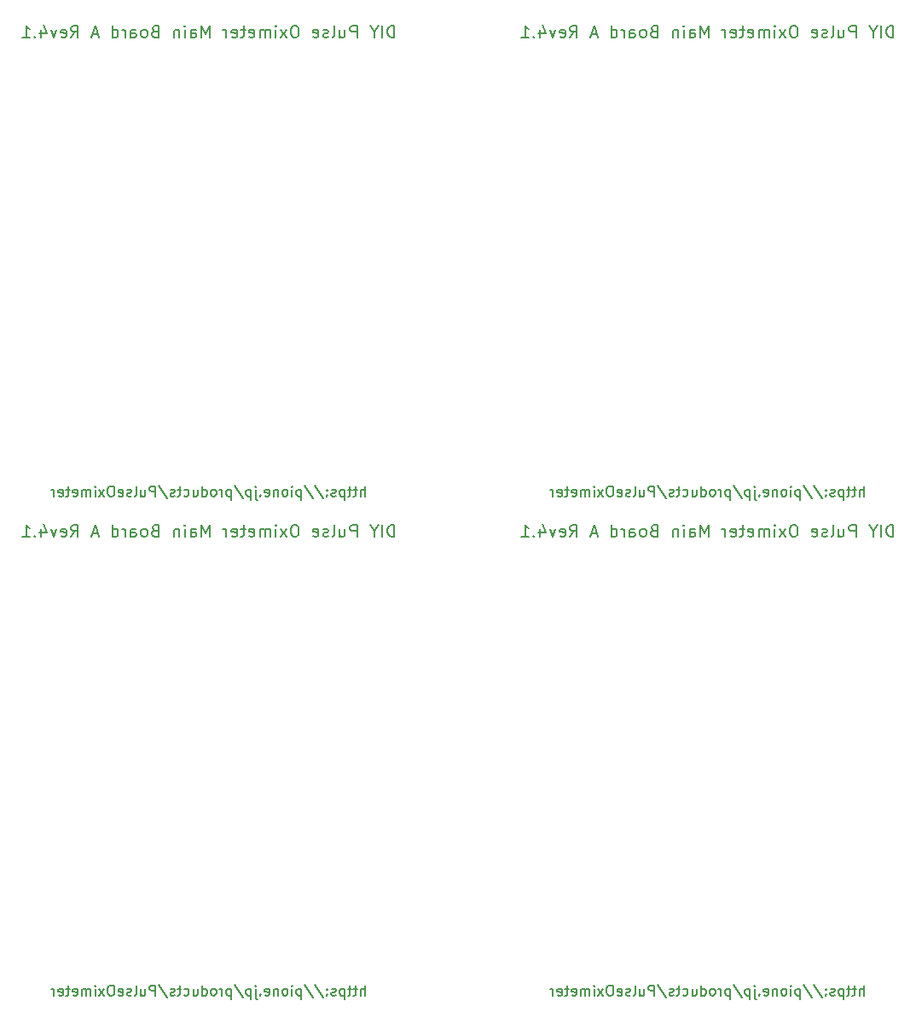
<source format=gbo>
G04 #@! TF.GenerationSoftware,KiCad,Pcbnew,5.1.5-52549c5~84~ubuntu18.04.1*
G04 #@! TF.CreationDate,2020-07-07T10:00:02+09:00*
G04 #@! TF.ProjectId,PulseOximeterTHT_rev4,50756c73-654f-4786-996d-657465725448,rev?*
G04 #@! TF.SameCoordinates,Original*
G04 #@! TF.FileFunction,Legend,Bot*
G04 #@! TF.FilePolarity,Positive*
%FSLAX46Y46*%
G04 Gerber Fmt 4.6, Leading zero omitted, Abs format (unit mm)*
G04 Created by KiCad (PCBNEW 5.1.5-52549c5~84~ubuntu18.04.1) date 2020-07-07 10:00:02*
%MOMM*%
%LPD*%
G04 APERTURE LIST*
%ADD10C,0.150000*%
%ADD11O,1.702000X1.702000*%
%ADD12C,1.702000*%
%ADD13R,1.802000X1.802000*%
%ADD14O,1.802000X1.802000*%
%ADD15R,1.702000X1.702000*%
%ADD16C,4.102000*%
%ADD17C,1.602000*%
%ADD18R,1.602000X1.602000*%
%ADD19C,1.902000*%
%ADD20R,1.902000X1.902000*%
%ADD21C,2.102000*%
G04 APERTURE END LIST*
D10*
X235210000Y-161742380D02*
X235210000Y-160742380D01*
X234781428Y-161742380D02*
X234781428Y-161218571D01*
X234829047Y-161123333D01*
X234924285Y-161075714D01*
X235067142Y-161075714D01*
X235162380Y-161123333D01*
X235210000Y-161170952D01*
X234448095Y-161075714D02*
X234067142Y-161075714D01*
X234305238Y-160742380D02*
X234305238Y-161599523D01*
X234257619Y-161694761D01*
X234162380Y-161742380D01*
X234067142Y-161742380D01*
X233876666Y-161075714D02*
X233495714Y-161075714D01*
X233733809Y-160742380D02*
X233733809Y-161599523D01*
X233686190Y-161694761D01*
X233590952Y-161742380D01*
X233495714Y-161742380D01*
X233162380Y-161075714D02*
X233162380Y-162075714D01*
X233162380Y-161123333D02*
X233067142Y-161075714D01*
X232876666Y-161075714D01*
X232781428Y-161123333D01*
X232733809Y-161170952D01*
X232686190Y-161266190D01*
X232686190Y-161551904D01*
X232733809Y-161647142D01*
X232781428Y-161694761D01*
X232876666Y-161742380D01*
X233067142Y-161742380D01*
X233162380Y-161694761D01*
X232305238Y-161694761D02*
X232210000Y-161742380D01*
X232019523Y-161742380D01*
X231924285Y-161694761D01*
X231876666Y-161599523D01*
X231876666Y-161551904D01*
X231924285Y-161456666D01*
X232019523Y-161409047D01*
X232162380Y-161409047D01*
X232257619Y-161361428D01*
X232305238Y-161266190D01*
X232305238Y-161218571D01*
X232257619Y-161123333D01*
X232162380Y-161075714D01*
X232019523Y-161075714D01*
X231924285Y-161123333D01*
X231448095Y-161647142D02*
X231400476Y-161694761D01*
X231448095Y-161742380D01*
X231495714Y-161694761D01*
X231448095Y-161647142D01*
X231448095Y-161742380D01*
X231448095Y-161123333D02*
X231400476Y-161170952D01*
X231448095Y-161218571D01*
X231495714Y-161170952D01*
X231448095Y-161123333D01*
X231448095Y-161218571D01*
X230257619Y-160694761D02*
X231114761Y-161980476D01*
X229210000Y-160694761D02*
X230067142Y-161980476D01*
X228876666Y-161075714D02*
X228876666Y-162075714D01*
X228876666Y-161123333D02*
X228781428Y-161075714D01*
X228590952Y-161075714D01*
X228495714Y-161123333D01*
X228448095Y-161170952D01*
X228400476Y-161266190D01*
X228400476Y-161551904D01*
X228448095Y-161647142D01*
X228495714Y-161694761D01*
X228590952Y-161742380D01*
X228781428Y-161742380D01*
X228876666Y-161694761D01*
X227971904Y-161742380D02*
X227971904Y-161075714D01*
X227971904Y-160742380D02*
X228019523Y-160790000D01*
X227971904Y-160837619D01*
X227924285Y-160790000D01*
X227971904Y-160742380D01*
X227971904Y-160837619D01*
X227352857Y-161742380D02*
X227448095Y-161694761D01*
X227495714Y-161647142D01*
X227543333Y-161551904D01*
X227543333Y-161266190D01*
X227495714Y-161170952D01*
X227448095Y-161123333D01*
X227352857Y-161075714D01*
X227210000Y-161075714D01*
X227114761Y-161123333D01*
X227067142Y-161170952D01*
X227019523Y-161266190D01*
X227019523Y-161551904D01*
X227067142Y-161647142D01*
X227114761Y-161694761D01*
X227210000Y-161742380D01*
X227352857Y-161742380D01*
X226590952Y-161075714D02*
X226590952Y-161742380D01*
X226590952Y-161170952D02*
X226543333Y-161123333D01*
X226448095Y-161075714D01*
X226305238Y-161075714D01*
X226210000Y-161123333D01*
X226162380Y-161218571D01*
X226162380Y-161742380D01*
X225305238Y-161694761D02*
X225400476Y-161742380D01*
X225590952Y-161742380D01*
X225686190Y-161694761D01*
X225733809Y-161599523D01*
X225733809Y-161218571D01*
X225686190Y-161123333D01*
X225590952Y-161075714D01*
X225400476Y-161075714D01*
X225305238Y-161123333D01*
X225257619Y-161218571D01*
X225257619Y-161313809D01*
X225733809Y-161409047D01*
X224829047Y-161647142D02*
X224781428Y-161694761D01*
X224829047Y-161742380D01*
X224876666Y-161694761D01*
X224829047Y-161647142D01*
X224829047Y-161742380D01*
X224352857Y-161075714D02*
X224352857Y-161932857D01*
X224400476Y-162028095D01*
X224495714Y-162075714D01*
X224543333Y-162075714D01*
X224352857Y-160742380D02*
X224400476Y-160790000D01*
X224352857Y-160837619D01*
X224305238Y-160790000D01*
X224352857Y-160742380D01*
X224352857Y-160837619D01*
X223876666Y-161075714D02*
X223876666Y-162075714D01*
X223876666Y-161123333D02*
X223781428Y-161075714D01*
X223590952Y-161075714D01*
X223495714Y-161123333D01*
X223448095Y-161170952D01*
X223400476Y-161266190D01*
X223400476Y-161551904D01*
X223448095Y-161647142D01*
X223495714Y-161694761D01*
X223590952Y-161742380D01*
X223781428Y-161742380D01*
X223876666Y-161694761D01*
X222257619Y-160694761D02*
X223114761Y-161980476D01*
X221924285Y-161075714D02*
X221924285Y-162075714D01*
X221924285Y-161123333D02*
X221829047Y-161075714D01*
X221638571Y-161075714D01*
X221543333Y-161123333D01*
X221495714Y-161170952D01*
X221448095Y-161266190D01*
X221448095Y-161551904D01*
X221495714Y-161647142D01*
X221543333Y-161694761D01*
X221638571Y-161742380D01*
X221829047Y-161742380D01*
X221924285Y-161694761D01*
X221019523Y-161742380D02*
X221019523Y-161075714D01*
X221019523Y-161266190D02*
X220971904Y-161170952D01*
X220924285Y-161123333D01*
X220829047Y-161075714D01*
X220733809Y-161075714D01*
X220257619Y-161742380D02*
X220352857Y-161694761D01*
X220400476Y-161647142D01*
X220448095Y-161551904D01*
X220448095Y-161266190D01*
X220400476Y-161170952D01*
X220352857Y-161123333D01*
X220257619Y-161075714D01*
X220114761Y-161075714D01*
X220019523Y-161123333D01*
X219971904Y-161170952D01*
X219924285Y-161266190D01*
X219924285Y-161551904D01*
X219971904Y-161647142D01*
X220019523Y-161694761D01*
X220114761Y-161742380D01*
X220257619Y-161742380D01*
X219067142Y-161742380D02*
X219067142Y-160742380D01*
X219067142Y-161694761D02*
X219162380Y-161742380D01*
X219352857Y-161742380D01*
X219448095Y-161694761D01*
X219495714Y-161647142D01*
X219543333Y-161551904D01*
X219543333Y-161266190D01*
X219495714Y-161170952D01*
X219448095Y-161123333D01*
X219352857Y-161075714D01*
X219162380Y-161075714D01*
X219067142Y-161123333D01*
X218162380Y-161075714D02*
X218162380Y-161742380D01*
X218590952Y-161075714D02*
X218590952Y-161599523D01*
X218543333Y-161694761D01*
X218448095Y-161742380D01*
X218305238Y-161742380D01*
X218210000Y-161694761D01*
X218162380Y-161647142D01*
X217257619Y-161694761D02*
X217352857Y-161742380D01*
X217543333Y-161742380D01*
X217638571Y-161694761D01*
X217686190Y-161647142D01*
X217733809Y-161551904D01*
X217733809Y-161266190D01*
X217686190Y-161170952D01*
X217638571Y-161123333D01*
X217543333Y-161075714D01*
X217352857Y-161075714D01*
X217257619Y-161123333D01*
X216971904Y-161075714D02*
X216590952Y-161075714D01*
X216829047Y-160742380D02*
X216829047Y-161599523D01*
X216781428Y-161694761D01*
X216686190Y-161742380D01*
X216590952Y-161742380D01*
X216305238Y-161694761D02*
X216210000Y-161742380D01*
X216019523Y-161742380D01*
X215924285Y-161694761D01*
X215876666Y-161599523D01*
X215876666Y-161551904D01*
X215924285Y-161456666D01*
X216019523Y-161409047D01*
X216162380Y-161409047D01*
X216257619Y-161361428D01*
X216305238Y-161266190D01*
X216305238Y-161218571D01*
X216257619Y-161123333D01*
X216162380Y-161075714D01*
X216019523Y-161075714D01*
X215924285Y-161123333D01*
X214733809Y-160694761D02*
X215590952Y-161980476D01*
X214400476Y-161742380D02*
X214400476Y-160742380D01*
X214019523Y-160742380D01*
X213924285Y-160790000D01*
X213876666Y-160837619D01*
X213829047Y-160932857D01*
X213829047Y-161075714D01*
X213876666Y-161170952D01*
X213924285Y-161218571D01*
X214019523Y-161266190D01*
X214400476Y-161266190D01*
X212971904Y-161075714D02*
X212971904Y-161742380D01*
X213400476Y-161075714D02*
X213400476Y-161599523D01*
X213352857Y-161694761D01*
X213257619Y-161742380D01*
X213114761Y-161742380D01*
X213019523Y-161694761D01*
X212971904Y-161647142D01*
X212352857Y-161742380D02*
X212448095Y-161694761D01*
X212495714Y-161599523D01*
X212495714Y-160742380D01*
X212019523Y-161694761D02*
X211924285Y-161742380D01*
X211733809Y-161742380D01*
X211638571Y-161694761D01*
X211590952Y-161599523D01*
X211590952Y-161551904D01*
X211638571Y-161456666D01*
X211733809Y-161409047D01*
X211876666Y-161409047D01*
X211971904Y-161361428D01*
X212019523Y-161266190D01*
X212019523Y-161218571D01*
X211971904Y-161123333D01*
X211876666Y-161075714D01*
X211733809Y-161075714D01*
X211638571Y-161123333D01*
X210781428Y-161694761D02*
X210876666Y-161742380D01*
X211067142Y-161742380D01*
X211162380Y-161694761D01*
X211210000Y-161599523D01*
X211210000Y-161218571D01*
X211162380Y-161123333D01*
X211067142Y-161075714D01*
X210876666Y-161075714D01*
X210781428Y-161123333D01*
X210733809Y-161218571D01*
X210733809Y-161313809D01*
X211210000Y-161409047D01*
X210114761Y-160742380D02*
X209924285Y-160742380D01*
X209829047Y-160790000D01*
X209733809Y-160885238D01*
X209686190Y-161075714D01*
X209686190Y-161409047D01*
X209733809Y-161599523D01*
X209829047Y-161694761D01*
X209924285Y-161742380D01*
X210114761Y-161742380D01*
X210210000Y-161694761D01*
X210305238Y-161599523D01*
X210352857Y-161409047D01*
X210352857Y-161075714D01*
X210305238Y-160885238D01*
X210210000Y-160790000D01*
X210114761Y-160742380D01*
X209352857Y-161742380D02*
X208829047Y-161075714D01*
X209352857Y-161075714D02*
X208829047Y-161742380D01*
X208448095Y-161742380D02*
X208448095Y-161075714D01*
X208448095Y-160742380D02*
X208495714Y-160790000D01*
X208448095Y-160837619D01*
X208400476Y-160790000D01*
X208448095Y-160742380D01*
X208448095Y-160837619D01*
X207971904Y-161742380D02*
X207971904Y-161075714D01*
X207971904Y-161170952D02*
X207924285Y-161123333D01*
X207829047Y-161075714D01*
X207686190Y-161075714D01*
X207590952Y-161123333D01*
X207543333Y-161218571D01*
X207543333Y-161742380D01*
X207543333Y-161218571D02*
X207495714Y-161123333D01*
X207400476Y-161075714D01*
X207257619Y-161075714D01*
X207162380Y-161123333D01*
X207114761Y-161218571D01*
X207114761Y-161742380D01*
X206257619Y-161694761D02*
X206352857Y-161742380D01*
X206543333Y-161742380D01*
X206638571Y-161694761D01*
X206686190Y-161599523D01*
X206686190Y-161218571D01*
X206638571Y-161123333D01*
X206543333Y-161075714D01*
X206352857Y-161075714D01*
X206257619Y-161123333D01*
X206210000Y-161218571D01*
X206210000Y-161313809D01*
X206686190Y-161409047D01*
X205924285Y-161075714D02*
X205543333Y-161075714D01*
X205781428Y-160742380D02*
X205781428Y-161599523D01*
X205733809Y-161694761D01*
X205638571Y-161742380D01*
X205543333Y-161742380D01*
X204829047Y-161694761D02*
X204924285Y-161742380D01*
X205114761Y-161742380D01*
X205210000Y-161694761D01*
X205257619Y-161599523D01*
X205257619Y-161218571D01*
X205210000Y-161123333D01*
X205114761Y-161075714D01*
X204924285Y-161075714D01*
X204829047Y-161123333D01*
X204781428Y-161218571D01*
X204781428Y-161313809D01*
X205257619Y-161409047D01*
X204352857Y-161742380D02*
X204352857Y-161075714D01*
X204352857Y-161266190D02*
X204305238Y-161170952D01*
X204257619Y-161123333D01*
X204162380Y-161075714D01*
X204067142Y-161075714D01*
X185680000Y-161742380D02*
X185680000Y-160742380D01*
X185251428Y-161742380D02*
X185251428Y-161218571D01*
X185299047Y-161123333D01*
X185394285Y-161075714D01*
X185537142Y-161075714D01*
X185632380Y-161123333D01*
X185680000Y-161170952D01*
X184918095Y-161075714D02*
X184537142Y-161075714D01*
X184775238Y-160742380D02*
X184775238Y-161599523D01*
X184727619Y-161694761D01*
X184632380Y-161742380D01*
X184537142Y-161742380D01*
X184346666Y-161075714D02*
X183965714Y-161075714D01*
X184203809Y-160742380D02*
X184203809Y-161599523D01*
X184156190Y-161694761D01*
X184060952Y-161742380D01*
X183965714Y-161742380D01*
X183632380Y-161075714D02*
X183632380Y-162075714D01*
X183632380Y-161123333D02*
X183537142Y-161075714D01*
X183346666Y-161075714D01*
X183251428Y-161123333D01*
X183203809Y-161170952D01*
X183156190Y-161266190D01*
X183156190Y-161551904D01*
X183203809Y-161647142D01*
X183251428Y-161694761D01*
X183346666Y-161742380D01*
X183537142Y-161742380D01*
X183632380Y-161694761D01*
X182775238Y-161694761D02*
X182680000Y-161742380D01*
X182489523Y-161742380D01*
X182394285Y-161694761D01*
X182346666Y-161599523D01*
X182346666Y-161551904D01*
X182394285Y-161456666D01*
X182489523Y-161409047D01*
X182632380Y-161409047D01*
X182727619Y-161361428D01*
X182775238Y-161266190D01*
X182775238Y-161218571D01*
X182727619Y-161123333D01*
X182632380Y-161075714D01*
X182489523Y-161075714D01*
X182394285Y-161123333D01*
X181918095Y-161647142D02*
X181870476Y-161694761D01*
X181918095Y-161742380D01*
X181965714Y-161694761D01*
X181918095Y-161647142D01*
X181918095Y-161742380D01*
X181918095Y-161123333D02*
X181870476Y-161170952D01*
X181918095Y-161218571D01*
X181965714Y-161170952D01*
X181918095Y-161123333D01*
X181918095Y-161218571D01*
X180727619Y-160694761D02*
X181584761Y-161980476D01*
X179680000Y-160694761D02*
X180537142Y-161980476D01*
X179346666Y-161075714D02*
X179346666Y-162075714D01*
X179346666Y-161123333D02*
X179251428Y-161075714D01*
X179060952Y-161075714D01*
X178965714Y-161123333D01*
X178918095Y-161170952D01*
X178870476Y-161266190D01*
X178870476Y-161551904D01*
X178918095Y-161647142D01*
X178965714Y-161694761D01*
X179060952Y-161742380D01*
X179251428Y-161742380D01*
X179346666Y-161694761D01*
X178441904Y-161742380D02*
X178441904Y-161075714D01*
X178441904Y-160742380D02*
X178489523Y-160790000D01*
X178441904Y-160837619D01*
X178394285Y-160790000D01*
X178441904Y-160742380D01*
X178441904Y-160837619D01*
X177822857Y-161742380D02*
X177918095Y-161694761D01*
X177965714Y-161647142D01*
X178013333Y-161551904D01*
X178013333Y-161266190D01*
X177965714Y-161170952D01*
X177918095Y-161123333D01*
X177822857Y-161075714D01*
X177680000Y-161075714D01*
X177584761Y-161123333D01*
X177537142Y-161170952D01*
X177489523Y-161266190D01*
X177489523Y-161551904D01*
X177537142Y-161647142D01*
X177584761Y-161694761D01*
X177680000Y-161742380D01*
X177822857Y-161742380D01*
X177060952Y-161075714D02*
X177060952Y-161742380D01*
X177060952Y-161170952D02*
X177013333Y-161123333D01*
X176918095Y-161075714D01*
X176775238Y-161075714D01*
X176680000Y-161123333D01*
X176632380Y-161218571D01*
X176632380Y-161742380D01*
X175775238Y-161694761D02*
X175870476Y-161742380D01*
X176060952Y-161742380D01*
X176156190Y-161694761D01*
X176203809Y-161599523D01*
X176203809Y-161218571D01*
X176156190Y-161123333D01*
X176060952Y-161075714D01*
X175870476Y-161075714D01*
X175775238Y-161123333D01*
X175727619Y-161218571D01*
X175727619Y-161313809D01*
X176203809Y-161409047D01*
X175299047Y-161647142D02*
X175251428Y-161694761D01*
X175299047Y-161742380D01*
X175346666Y-161694761D01*
X175299047Y-161647142D01*
X175299047Y-161742380D01*
X174822857Y-161075714D02*
X174822857Y-161932857D01*
X174870476Y-162028095D01*
X174965714Y-162075714D01*
X175013333Y-162075714D01*
X174822857Y-160742380D02*
X174870476Y-160790000D01*
X174822857Y-160837619D01*
X174775238Y-160790000D01*
X174822857Y-160742380D01*
X174822857Y-160837619D01*
X174346666Y-161075714D02*
X174346666Y-162075714D01*
X174346666Y-161123333D02*
X174251428Y-161075714D01*
X174060952Y-161075714D01*
X173965714Y-161123333D01*
X173918095Y-161170952D01*
X173870476Y-161266190D01*
X173870476Y-161551904D01*
X173918095Y-161647142D01*
X173965714Y-161694761D01*
X174060952Y-161742380D01*
X174251428Y-161742380D01*
X174346666Y-161694761D01*
X172727619Y-160694761D02*
X173584761Y-161980476D01*
X172394285Y-161075714D02*
X172394285Y-162075714D01*
X172394285Y-161123333D02*
X172299047Y-161075714D01*
X172108571Y-161075714D01*
X172013333Y-161123333D01*
X171965714Y-161170952D01*
X171918095Y-161266190D01*
X171918095Y-161551904D01*
X171965714Y-161647142D01*
X172013333Y-161694761D01*
X172108571Y-161742380D01*
X172299047Y-161742380D01*
X172394285Y-161694761D01*
X171489523Y-161742380D02*
X171489523Y-161075714D01*
X171489523Y-161266190D02*
X171441904Y-161170952D01*
X171394285Y-161123333D01*
X171299047Y-161075714D01*
X171203809Y-161075714D01*
X170727619Y-161742380D02*
X170822857Y-161694761D01*
X170870476Y-161647142D01*
X170918095Y-161551904D01*
X170918095Y-161266190D01*
X170870476Y-161170952D01*
X170822857Y-161123333D01*
X170727619Y-161075714D01*
X170584761Y-161075714D01*
X170489523Y-161123333D01*
X170441904Y-161170952D01*
X170394285Y-161266190D01*
X170394285Y-161551904D01*
X170441904Y-161647142D01*
X170489523Y-161694761D01*
X170584761Y-161742380D01*
X170727619Y-161742380D01*
X169537142Y-161742380D02*
X169537142Y-160742380D01*
X169537142Y-161694761D02*
X169632380Y-161742380D01*
X169822857Y-161742380D01*
X169918095Y-161694761D01*
X169965714Y-161647142D01*
X170013333Y-161551904D01*
X170013333Y-161266190D01*
X169965714Y-161170952D01*
X169918095Y-161123333D01*
X169822857Y-161075714D01*
X169632380Y-161075714D01*
X169537142Y-161123333D01*
X168632380Y-161075714D02*
X168632380Y-161742380D01*
X169060952Y-161075714D02*
X169060952Y-161599523D01*
X169013333Y-161694761D01*
X168918095Y-161742380D01*
X168775238Y-161742380D01*
X168680000Y-161694761D01*
X168632380Y-161647142D01*
X167727619Y-161694761D02*
X167822857Y-161742380D01*
X168013333Y-161742380D01*
X168108571Y-161694761D01*
X168156190Y-161647142D01*
X168203809Y-161551904D01*
X168203809Y-161266190D01*
X168156190Y-161170952D01*
X168108571Y-161123333D01*
X168013333Y-161075714D01*
X167822857Y-161075714D01*
X167727619Y-161123333D01*
X167441904Y-161075714D02*
X167060952Y-161075714D01*
X167299047Y-160742380D02*
X167299047Y-161599523D01*
X167251428Y-161694761D01*
X167156190Y-161742380D01*
X167060952Y-161742380D01*
X166775238Y-161694761D02*
X166680000Y-161742380D01*
X166489523Y-161742380D01*
X166394285Y-161694761D01*
X166346666Y-161599523D01*
X166346666Y-161551904D01*
X166394285Y-161456666D01*
X166489523Y-161409047D01*
X166632380Y-161409047D01*
X166727619Y-161361428D01*
X166775238Y-161266190D01*
X166775238Y-161218571D01*
X166727619Y-161123333D01*
X166632380Y-161075714D01*
X166489523Y-161075714D01*
X166394285Y-161123333D01*
X165203809Y-160694761D02*
X166060952Y-161980476D01*
X164870476Y-161742380D02*
X164870476Y-160742380D01*
X164489523Y-160742380D01*
X164394285Y-160790000D01*
X164346666Y-160837619D01*
X164299047Y-160932857D01*
X164299047Y-161075714D01*
X164346666Y-161170952D01*
X164394285Y-161218571D01*
X164489523Y-161266190D01*
X164870476Y-161266190D01*
X163441904Y-161075714D02*
X163441904Y-161742380D01*
X163870476Y-161075714D02*
X163870476Y-161599523D01*
X163822857Y-161694761D01*
X163727619Y-161742380D01*
X163584761Y-161742380D01*
X163489523Y-161694761D01*
X163441904Y-161647142D01*
X162822857Y-161742380D02*
X162918095Y-161694761D01*
X162965714Y-161599523D01*
X162965714Y-160742380D01*
X162489523Y-161694761D02*
X162394285Y-161742380D01*
X162203809Y-161742380D01*
X162108571Y-161694761D01*
X162060952Y-161599523D01*
X162060952Y-161551904D01*
X162108571Y-161456666D01*
X162203809Y-161409047D01*
X162346666Y-161409047D01*
X162441904Y-161361428D01*
X162489523Y-161266190D01*
X162489523Y-161218571D01*
X162441904Y-161123333D01*
X162346666Y-161075714D01*
X162203809Y-161075714D01*
X162108571Y-161123333D01*
X161251428Y-161694761D02*
X161346666Y-161742380D01*
X161537142Y-161742380D01*
X161632380Y-161694761D01*
X161680000Y-161599523D01*
X161680000Y-161218571D01*
X161632380Y-161123333D01*
X161537142Y-161075714D01*
X161346666Y-161075714D01*
X161251428Y-161123333D01*
X161203809Y-161218571D01*
X161203809Y-161313809D01*
X161680000Y-161409047D01*
X160584761Y-160742380D02*
X160394285Y-160742380D01*
X160299047Y-160790000D01*
X160203809Y-160885238D01*
X160156190Y-161075714D01*
X160156190Y-161409047D01*
X160203809Y-161599523D01*
X160299047Y-161694761D01*
X160394285Y-161742380D01*
X160584761Y-161742380D01*
X160680000Y-161694761D01*
X160775238Y-161599523D01*
X160822857Y-161409047D01*
X160822857Y-161075714D01*
X160775238Y-160885238D01*
X160680000Y-160790000D01*
X160584761Y-160742380D01*
X159822857Y-161742380D02*
X159299047Y-161075714D01*
X159822857Y-161075714D02*
X159299047Y-161742380D01*
X158918095Y-161742380D02*
X158918095Y-161075714D01*
X158918095Y-160742380D02*
X158965714Y-160790000D01*
X158918095Y-160837619D01*
X158870476Y-160790000D01*
X158918095Y-160742380D01*
X158918095Y-160837619D01*
X158441904Y-161742380D02*
X158441904Y-161075714D01*
X158441904Y-161170952D02*
X158394285Y-161123333D01*
X158299047Y-161075714D01*
X158156190Y-161075714D01*
X158060952Y-161123333D01*
X158013333Y-161218571D01*
X158013333Y-161742380D01*
X158013333Y-161218571D02*
X157965714Y-161123333D01*
X157870476Y-161075714D01*
X157727619Y-161075714D01*
X157632380Y-161123333D01*
X157584761Y-161218571D01*
X157584761Y-161742380D01*
X156727619Y-161694761D02*
X156822857Y-161742380D01*
X157013333Y-161742380D01*
X157108571Y-161694761D01*
X157156190Y-161599523D01*
X157156190Y-161218571D01*
X157108571Y-161123333D01*
X157013333Y-161075714D01*
X156822857Y-161075714D01*
X156727619Y-161123333D01*
X156680000Y-161218571D01*
X156680000Y-161313809D01*
X157156190Y-161409047D01*
X156394285Y-161075714D02*
X156013333Y-161075714D01*
X156251428Y-160742380D02*
X156251428Y-161599523D01*
X156203809Y-161694761D01*
X156108571Y-161742380D01*
X156013333Y-161742380D01*
X155299047Y-161694761D02*
X155394285Y-161742380D01*
X155584761Y-161742380D01*
X155680000Y-161694761D01*
X155727619Y-161599523D01*
X155727619Y-161218571D01*
X155680000Y-161123333D01*
X155584761Y-161075714D01*
X155394285Y-161075714D01*
X155299047Y-161123333D01*
X155251428Y-161218571D01*
X155251428Y-161313809D01*
X155727619Y-161409047D01*
X154822857Y-161742380D02*
X154822857Y-161075714D01*
X154822857Y-161266190D02*
X154775238Y-161170952D01*
X154727619Y-161123333D01*
X154632380Y-161075714D01*
X154537142Y-161075714D01*
X235210000Y-112212380D02*
X235210000Y-111212380D01*
X234781428Y-112212380D02*
X234781428Y-111688571D01*
X234829047Y-111593333D01*
X234924285Y-111545714D01*
X235067142Y-111545714D01*
X235162380Y-111593333D01*
X235210000Y-111640952D01*
X234448095Y-111545714D02*
X234067142Y-111545714D01*
X234305238Y-111212380D02*
X234305238Y-112069523D01*
X234257619Y-112164761D01*
X234162380Y-112212380D01*
X234067142Y-112212380D01*
X233876666Y-111545714D02*
X233495714Y-111545714D01*
X233733809Y-111212380D02*
X233733809Y-112069523D01*
X233686190Y-112164761D01*
X233590952Y-112212380D01*
X233495714Y-112212380D01*
X233162380Y-111545714D02*
X233162380Y-112545714D01*
X233162380Y-111593333D02*
X233067142Y-111545714D01*
X232876666Y-111545714D01*
X232781428Y-111593333D01*
X232733809Y-111640952D01*
X232686190Y-111736190D01*
X232686190Y-112021904D01*
X232733809Y-112117142D01*
X232781428Y-112164761D01*
X232876666Y-112212380D01*
X233067142Y-112212380D01*
X233162380Y-112164761D01*
X232305238Y-112164761D02*
X232210000Y-112212380D01*
X232019523Y-112212380D01*
X231924285Y-112164761D01*
X231876666Y-112069523D01*
X231876666Y-112021904D01*
X231924285Y-111926666D01*
X232019523Y-111879047D01*
X232162380Y-111879047D01*
X232257619Y-111831428D01*
X232305238Y-111736190D01*
X232305238Y-111688571D01*
X232257619Y-111593333D01*
X232162380Y-111545714D01*
X232019523Y-111545714D01*
X231924285Y-111593333D01*
X231448095Y-112117142D02*
X231400476Y-112164761D01*
X231448095Y-112212380D01*
X231495714Y-112164761D01*
X231448095Y-112117142D01*
X231448095Y-112212380D01*
X231448095Y-111593333D02*
X231400476Y-111640952D01*
X231448095Y-111688571D01*
X231495714Y-111640952D01*
X231448095Y-111593333D01*
X231448095Y-111688571D01*
X230257619Y-111164761D02*
X231114761Y-112450476D01*
X229210000Y-111164761D02*
X230067142Y-112450476D01*
X228876666Y-111545714D02*
X228876666Y-112545714D01*
X228876666Y-111593333D02*
X228781428Y-111545714D01*
X228590952Y-111545714D01*
X228495714Y-111593333D01*
X228448095Y-111640952D01*
X228400476Y-111736190D01*
X228400476Y-112021904D01*
X228448095Y-112117142D01*
X228495714Y-112164761D01*
X228590952Y-112212380D01*
X228781428Y-112212380D01*
X228876666Y-112164761D01*
X227971904Y-112212380D02*
X227971904Y-111545714D01*
X227971904Y-111212380D02*
X228019523Y-111260000D01*
X227971904Y-111307619D01*
X227924285Y-111260000D01*
X227971904Y-111212380D01*
X227971904Y-111307619D01*
X227352857Y-112212380D02*
X227448095Y-112164761D01*
X227495714Y-112117142D01*
X227543333Y-112021904D01*
X227543333Y-111736190D01*
X227495714Y-111640952D01*
X227448095Y-111593333D01*
X227352857Y-111545714D01*
X227210000Y-111545714D01*
X227114761Y-111593333D01*
X227067142Y-111640952D01*
X227019523Y-111736190D01*
X227019523Y-112021904D01*
X227067142Y-112117142D01*
X227114761Y-112164761D01*
X227210000Y-112212380D01*
X227352857Y-112212380D01*
X226590952Y-111545714D02*
X226590952Y-112212380D01*
X226590952Y-111640952D02*
X226543333Y-111593333D01*
X226448095Y-111545714D01*
X226305238Y-111545714D01*
X226210000Y-111593333D01*
X226162380Y-111688571D01*
X226162380Y-112212380D01*
X225305238Y-112164761D02*
X225400476Y-112212380D01*
X225590952Y-112212380D01*
X225686190Y-112164761D01*
X225733809Y-112069523D01*
X225733809Y-111688571D01*
X225686190Y-111593333D01*
X225590952Y-111545714D01*
X225400476Y-111545714D01*
X225305238Y-111593333D01*
X225257619Y-111688571D01*
X225257619Y-111783809D01*
X225733809Y-111879047D01*
X224829047Y-112117142D02*
X224781428Y-112164761D01*
X224829047Y-112212380D01*
X224876666Y-112164761D01*
X224829047Y-112117142D01*
X224829047Y-112212380D01*
X224352857Y-111545714D02*
X224352857Y-112402857D01*
X224400476Y-112498095D01*
X224495714Y-112545714D01*
X224543333Y-112545714D01*
X224352857Y-111212380D02*
X224400476Y-111260000D01*
X224352857Y-111307619D01*
X224305238Y-111260000D01*
X224352857Y-111212380D01*
X224352857Y-111307619D01*
X223876666Y-111545714D02*
X223876666Y-112545714D01*
X223876666Y-111593333D02*
X223781428Y-111545714D01*
X223590952Y-111545714D01*
X223495714Y-111593333D01*
X223448095Y-111640952D01*
X223400476Y-111736190D01*
X223400476Y-112021904D01*
X223448095Y-112117142D01*
X223495714Y-112164761D01*
X223590952Y-112212380D01*
X223781428Y-112212380D01*
X223876666Y-112164761D01*
X222257619Y-111164761D02*
X223114761Y-112450476D01*
X221924285Y-111545714D02*
X221924285Y-112545714D01*
X221924285Y-111593333D02*
X221829047Y-111545714D01*
X221638571Y-111545714D01*
X221543333Y-111593333D01*
X221495714Y-111640952D01*
X221448095Y-111736190D01*
X221448095Y-112021904D01*
X221495714Y-112117142D01*
X221543333Y-112164761D01*
X221638571Y-112212380D01*
X221829047Y-112212380D01*
X221924285Y-112164761D01*
X221019523Y-112212380D02*
X221019523Y-111545714D01*
X221019523Y-111736190D02*
X220971904Y-111640952D01*
X220924285Y-111593333D01*
X220829047Y-111545714D01*
X220733809Y-111545714D01*
X220257619Y-112212380D02*
X220352857Y-112164761D01*
X220400476Y-112117142D01*
X220448095Y-112021904D01*
X220448095Y-111736190D01*
X220400476Y-111640952D01*
X220352857Y-111593333D01*
X220257619Y-111545714D01*
X220114761Y-111545714D01*
X220019523Y-111593333D01*
X219971904Y-111640952D01*
X219924285Y-111736190D01*
X219924285Y-112021904D01*
X219971904Y-112117142D01*
X220019523Y-112164761D01*
X220114761Y-112212380D01*
X220257619Y-112212380D01*
X219067142Y-112212380D02*
X219067142Y-111212380D01*
X219067142Y-112164761D02*
X219162380Y-112212380D01*
X219352857Y-112212380D01*
X219448095Y-112164761D01*
X219495714Y-112117142D01*
X219543333Y-112021904D01*
X219543333Y-111736190D01*
X219495714Y-111640952D01*
X219448095Y-111593333D01*
X219352857Y-111545714D01*
X219162380Y-111545714D01*
X219067142Y-111593333D01*
X218162380Y-111545714D02*
X218162380Y-112212380D01*
X218590952Y-111545714D02*
X218590952Y-112069523D01*
X218543333Y-112164761D01*
X218448095Y-112212380D01*
X218305238Y-112212380D01*
X218210000Y-112164761D01*
X218162380Y-112117142D01*
X217257619Y-112164761D02*
X217352857Y-112212380D01*
X217543333Y-112212380D01*
X217638571Y-112164761D01*
X217686190Y-112117142D01*
X217733809Y-112021904D01*
X217733809Y-111736190D01*
X217686190Y-111640952D01*
X217638571Y-111593333D01*
X217543333Y-111545714D01*
X217352857Y-111545714D01*
X217257619Y-111593333D01*
X216971904Y-111545714D02*
X216590952Y-111545714D01*
X216829047Y-111212380D02*
X216829047Y-112069523D01*
X216781428Y-112164761D01*
X216686190Y-112212380D01*
X216590952Y-112212380D01*
X216305238Y-112164761D02*
X216210000Y-112212380D01*
X216019523Y-112212380D01*
X215924285Y-112164761D01*
X215876666Y-112069523D01*
X215876666Y-112021904D01*
X215924285Y-111926666D01*
X216019523Y-111879047D01*
X216162380Y-111879047D01*
X216257619Y-111831428D01*
X216305238Y-111736190D01*
X216305238Y-111688571D01*
X216257619Y-111593333D01*
X216162380Y-111545714D01*
X216019523Y-111545714D01*
X215924285Y-111593333D01*
X214733809Y-111164761D02*
X215590952Y-112450476D01*
X214400476Y-112212380D02*
X214400476Y-111212380D01*
X214019523Y-111212380D01*
X213924285Y-111260000D01*
X213876666Y-111307619D01*
X213829047Y-111402857D01*
X213829047Y-111545714D01*
X213876666Y-111640952D01*
X213924285Y-111688571D01*
X214019523Y-111736190D01*
X214400476Y-111736190D01*
X212971904Y-111545714D02*
X212971904Y-112212380D01*
X213400476Y-111545714D02*
X213400476Y-112069523D01*
X213352857Y-112164761D01*
X213257619Y-112212380D01*
X213114761Y-112212380D01*
X213019523Y-112164761D01*
X212971904Y-112117142D01*
X212352857Y-112212380D02*
X212448095Y-112164761D01*
X212495714Y-112069523D01*
X212495714Y-111212380D01*
X212019523Y-112164761D02*
X211924285Y-112212380D01*
X211733809Y-112212380D01*
X211638571Y-112164761D01*
X211590952Y-112069523D01*
X211590952Y-112021904D01*
X211638571Y-111926666D01*
X211733809Y-111879047D01*
X211876666Y-111879047D01*
X211971904Y-111831428D01*
X212019523Y-111736190D01*
X212019523Y-111688571D01*
X211971904Y-111593333D01*
X211876666Y-111545714D01*
X211733809Y-111545714D01*
X211638571Y-111593333D01*
X210781428Y-112164761D02*
X210876666Y-112212380D01*
X211067142Y-112212380D01*
X211162380Y-112164761D01*
X211210000Y-112069523D01*
X211210000Y-111688571D01*
X211162380Y-111593333D01*
X211067142Y-111545714D01*
X210876666Y-111545714D01*
X210781428Y-111593333D01*
X210733809Y-111688571D01*
X210733809Y-111783809D01*
X211210000Y-111879047D01*
X210114761Y-111212380D02*
X209924285Y-111212380D01*
X209829047Y-111260000D01*
X209733809Y-111355238D01*
X209686190Y-111545714D01*
X209686190Y-111879047D01*
X209733809Y-112069523D01*
X209829047Y-112164761D01*
X209924285Y-112212380D01*
X210114761Y-112212380D01*
X210210000Y-112164761D01*
X210305238Y-112069523D01*
X210352857Y-111879047D01*
X210352857Y-111545714D01*
X210305238Y-111355238D01*
X210210000Y-111260000D01*
X210114761Y-111212380D01*
X209352857Y-112212380D02*
X208829047Y-111545714D01*
X209352857Y-111545714D02*
X208829047Y-112212380D01*
X208448095Y-112212380D02*
X208448095Y-111545714D01*
X208448095Y-111212380D02*
X208495714Y-111260000D01*
X208448095Y-111307619D01*
X208400476Y-111260000D01*
X208448095Y-111212380D01*
X208448095Y-111307619D01*
X207971904Y-112212380D02*
X207971904Y-111545714D01*
X207971904Y-111640952D02*
X207924285Y-111593333D01*
X207829047Y-111545714D01*
X207686190Y-111545714D01*
X207590952Y-111593333D01*
X207543333Y-111688571D01*
X207543333Y-112212380D01*
X207543333Y-111688571D02*
X207495714Y-111593333D01*
X207400476Y-111545714D01*
X207257619Y-111545714D01*
X207162380Y-111593333D01*
X207114761Y-111688571D01*
X207114761Y-112212380D01*
X206257619Y-112164761D02*
X206352857Y-112212380D01*
X206543333Y-112212380D01*
X206638571Y-112164761D01*
X206686190Y-112069523D01*
X206686190Y-111688571D01*
X206638571Y-111593333D01*
X206543333Y-111545714D01*
X206352857Y-111545714D01*
X206257619Y-111593333D01*
X206210000Y-111688571D01*
X206210000Y-111783809D01*
X206686190Y-111879047D01*
X205924285Y-111545714D02*
X205543333Y-111545714D01*
X205781428Y-111212380D02*
X205781428Y-112069523D01*
X205733809Y-112164761D01*
X205638571Y-112212380D01*
X205543333Y-112212380D01*
X204829047Y-112164761D02*
X204924285Y-112212380D01*
X205114761Y-112212380D01*
X205210000Y-112164761D01*
X205257619Y-112069523D01*
X205257619Y-111688571D01*
X205210000Y-111593333D01*
X205114761Y-111545714D01*
X204924285Y-111545714D01*
X204829047Y-111593333D01*
X204781428Y-111688571D01*
X204781428Y-111783809D01*
X205257619Y-111879047D01*
X204352857Y-112212380D02*
X204352857Y-111545714D01*
X204352857Y-111736190D02*
X204305238Y-111640952D01*
X204257619Y-111593333D01*
X204162380Y-111545714D01*
X204067142Y-111545714D01*
X238138571Y-116239857D02*
X238138571Y-115039857D01*
X237852857Y-115039857D01*
X237681428Y-115097000D01*
X237567142Y-115211285D01*
X237510000Y-115325571D01*
X237452857Y-115554142D01*
X237452857Y-115725571D01*
X237510000Y-115954142D01*
X237567142Y-116068428D01*
X237681428Y-116182714D01*
X237852857Y-116239857D01*
X238138571Y-116239857D01*
X236938571Y-116239857D02*
X236938571Y-115039857D01*
X236138571Y-115668428D02*
X236138571Y-116239857D01*
X236538571Y-115039857D02*
X236138571Y-115668428D01*
X235738571Y-115039857D01*
X234424285Y-116239857D02*
X234424285Y-115039857D01*
X233967142Y-115039857D01*
X233852857Y-115097000D01*
X233795714Y-115154142D01*
X233738571Y-115268428D01*
X233738571Y-115439857D01*
X233795714Y-115554142D01*
X233852857Y-115611285D01*
X233967142Y-115668428D01*
X234424285Y-115668428D01*
X232710000Y-115439857D02*
X232710000Y-116239857D01*
X233224285Y-115439857D02*
X233224285Y-116068428D01*
X233167142Y-116182714D01*
X233052857Y-116239857D01*
X232881428Y-116239857D01*
X232767142Y-116182714D01*
X232710000Y-116125571D01*
X231967142Y-116239857D02*
X232081428Y-116182714D01*
X232138571Y-116068428D01*
X232138571Y-115039857D01*
X231567142Y-116182714D02*
X231452857Y-116239857D01*
X231224285Y-116239857D01*
X231109999Y-116182714D01*
X231052857Y-116068428D01*
X231052857Y-116011285D01*
X231109999Y-115897000D01*
X231224285Y-115839857D01*
X231395714Y-115839857D01*
X231509999Y-115782714D01*
X231567142Y-115668428D01*
X231567142Y-115611285D01*
X231509999Y-115497000D01*
X231395714Y-115439857D01*
X231224285Y-115439857D01*
X231109999Y-115497000D01*
X230081428Y-116182714D02*
X230195714Y-116239857D01*
X230424285Y-116239857D01*
X230538571Y-116182714D01*
X230595714Y-116068428D01*
X230595714Y-115611285D01*
X230538571Y-115497000D01*
X230424285Y-115439857D01*
X230195714Y-115439857D01*
X230081428Y-115497000D01*
X230024285Y-115611285D01*
X230024285Y-115725571D01*
X230595714Y-115839857D01*
X228367142Y-115039857D02*
X228138571Y-115039857D01*
X228024285Y-115097000D01*
X227910000Y-115211285D01*
X227852857Y-115439857D01*
X227852857Y-115839857D01*
X227910000Y-116068428D01*
X228024285Y-116182714D01*
X228138571Y-116239857D01*
X228367142Y-116239857D01*
X228481428Y-116182714D01*
X228595714Y-116068428D01*
X228652857Y-115839857D01*
X228652857Y-115439857D01*
X228595714Y-115211285D01*
X228481428Y-115097000D01*
X228367142Y-115039857D01*
X227452857Y-116239857D02*
X226824285Y-115439857D01*
X227452857Y-115439857D02*
X226824285Y-116239857D01*
X226367142Y-116239857D02*
X226367142Y-115439857D01*
X226367142Y-115039857D02*
X226424285Y-115097000D01*
X226367142Y-115154142D01*
X226310000Y-115097000D01*
X226367142Y-115039857D01*
X226367142Y-115154142D01*
X225795714Y-116239857D02*
X225795714Y-115439857D01*
X225795714Y-115554142D02*
X225738571Y-115497000D01*
X225624285Y-115439857D01*
X225452857Y-115439857D01*
X225338571Y-115497000D01*
X225281428Y-115611285D01*
X225281428Y-116239857D01*
X225281428Y-115611285D02*
X225224285Y-115497000D01*
X225110000Y-115439857D01*
X224938571Y-115439857D01*
X224824285Y-115497000D01*
X224767142Y-115611285D01*
X224767142Y-116239857D01*
X223738571Y-116182714D02*
X223852857Y-116239857D01*
X224081428Y-116239857D01*
X224195714Y-116182714D01*
X224252857Y-116068428D01*
X224252857Y-115611285D01*
X224195714Y-115497000D01*
X224081428Y-115439857D01*
X223852857Y-115439857D01*
X223738571Y-115497000D01*
X223681428Y-115611285D01*
X223681428Y-115725571D01*
X224252857Y-115839857D01*
X223338571Y-115439857D02*
X222881428Y-115439857D01*
X223167142Y-115039857D02*
X223167142Y-116068428D01*
X223110000Y-116182714D01*
X222995714Y-116239857D01*
X222881428Y-116239857D01*
X222024285Y-116182714D02*
X222138571Y-116239857D01*
X222367142Y-116239857D01*
X222481428Y-116182714D01*
X222538571Y-116068428D01*
X222538571Y-115611285D01*
X222481428Y-115497000D01*
X222367142Y-115439857D01*
X222138571Y-115439857D01*
X222024285Y-115497000D01*
X221967142Y-115611285D01*
X221967142Y-115725571D01*
X222538571Y-115839857D01*
X221452857Y-116239857D02*
X221452857Y-115439857D01*
X221452857Y-115668428D02*
X221395714Y-115554142D01*
X221338571Y-115497000D01*
X221224285Y-115439857D01*
X221109999Y-115439857D01*
X219795714Y-116239857D02*
X219795714Y-115039857D01*
X219395714Y-115897000D01*
X218995714Y-115039857D01*
X218995714Y-116239857D01*
X217910000Y-116239857D02*
X217910000Y-115611285D01*
X217967142Y-115497000D01*
X218081428Y-115439857D01*
X218310000Y-115439857D01*
X218424285Y-115497000D01*
X217910000Y-116182714D02*
X218024285Y-116239857D01*
X218310000Y-116239857D01*
X218424285Y-116182714D01*
X218481428Y-116068428D01*
X218481428Y-115954142D01*
X218424285Y-115839857D01*
X218310000Y-115782714D01*
X218024285Y-115782714D01*
X217910000Y-115725571D01*
X217338571Y-116239857D02*
X217338571Y-115439857D01*
X217338571Y-115039857D02*
X217395714Y-115097000D01*
X217338571Y-115154142D01*
X217281428Y-115097000D01*
X217338571Y-115039857D01*
X217338571Y-115154142D01*
X216767142Y-115439857D02*
X216767142Y-116239857D01*
X216767142Y-115554142D02*
X216710000Y-115497000D01*
X216595714Y-115439857D01*
X216424285Y-115439857D01*
X216310000Y-115497000D01*
X216252857Y-115611285D01*
X216252857Y-116239857D01*
X214367142Y-115611285D02*
X214195714Y-115668428D01*
X214138571Y-115725571D01*
X214081428Y-115839857D01*
X214081428Y-116011285D01*
X214138571Y-116125571D01*
X214195714Y-116182714D01*
X214310000Y-116239857D01*
X214767142Y-116239857D01*
X214767142Y-115039857D01*
X214367142Y-115039857D01*
X214252857Y-115097000D01*
X214195714Y-115154142D01*
X214138571Y-115268428D01*
X214138571Y-115382714D01*
X214195714Y-115497000D01*
X214252857Y-115554142D01*
X214367142Y-115611285D01*
X214767142Y-115611285D01*
X213395714Y-116239857D02*
X213510000Y-116182714D01*
X213567142Y-116125571D01*
X213624285Y-116011285D01*
X213624285Y-115668428D01*
X213567142Y-115554142D01*
X213510000Y-115497000D01*
X213395714Y-115439857D01*
X213224285Y-115439857D01*
X213110000Y-115497000D01*
X213052857Y-115554142D01*
X212995714Y-115668428D01*
X212995714Y-116011285D01*
X213052857Y-116125571D01*
X213110000Y-116182714D01*
X213224285Y-116239857D01*
X213395714Y-116239857D01*
X211967142Y-116239857D02*
X211967142Y-115611285D01*
X212024285Y-115497000D01*
X212138571Y-115439857D01*
X212367142Y-115439857D01*
X212481428Y-115497000D01*
X211967142Y-116182714D02*
X212081428Y-116239857D01*
X212367142Y-116239857D01*
X212481428Y-116182714D01*
X212538571Y-116068428D01*
X212538571Y-115954142D01*
X212481428Y-115839857D01*
X212367142Y-115782714D01*
X212081428Y-115782714D01*
X211967142Y-115725571D01*
X211395714Y-116239857D02*
X211395714Y-115439857D01*
X211395714Y-115668428D02*
X211338571Y-115554142D01*
X211281428Y-115497000D01*
X211167142Y-115439857D01*
X211052857Y-115439857D01*
X210138571Y-116239857D02*
X210138571Y-115039857D01*
X210138571Y-116182714D02*
X210252857Y-116239857D01*
X210481428Y-116239857D01*
X210595714Y-116182714D01*
X210652857Y-116125571D01*
X210710000Y-116011285D01*
X210710000Y-115668428D01*
X210652857Y-115554142D01*
X210595714Y-115497000D01*
X210481428Y-115439857D01*
X210252857Y-115439857D01*
X210138571Y-115497000D01*
X208710000Y-115897000D02*
X208138571Y-115897000D01*
X208824285Y-116239857D02*
X208424285Y-115039857D01*
X208024285Y-116239857D01*
X206024285Y-116239857D02*
X206424285Y-115668428D01*
X206710000Y-116239857D02*
X206710000Y-115039857D01*
X206252857Y-115039857D01*
X206138571Y-115097000D01*
X206081428Y-115154142D01*
X206024285Y-115268428D01*
X206024285Y-115439857D01*
X206081428Y-115554142D01*
X206138571Y-115611285D01*
X206252857Y-115668428D01*
X206710000Y-115668428D01*
X205052857Y-116182714D02*
X205167142Y-116239857D01*
X205395714Y-116239857D01*
X205510000Y-116182714D01*
X205567142Y-116068428D01*
X205567142Y-115611285D01*
X205510000Y-115497000D01*
X205395714Y-115439857D01*
X205167142Y-115439857D01*
X205052857Y-115497000D01*
X204995714Y-115611285D01*
X204995714Y-115725571D01*
X205567142Y-115839857D01*
X204595714Y-115439857D02*
X204310000Y-116239857D01*
X204024285Y-115439857D01*
X203052857Y-115439857D02*
X203052857Y-116239857D01*
X203338571Y-114982714D02*
X203624285Y-115839857D01*
X202881428Y-115839857D01*
X202424285Y-116125571D02*
X202367142Y-116182714D01*
X202424285Y-116239857D01*
X202481428Y-116182714D01*
X202424285Y-116125571D01*
X202424285Y-116239857D01*
X201224285Y-116239857D02*
X201910000Y-116239857D01*
X201567142Y-116239857D02*
X201567142Y-115039857D01*
X201681428Y-115211285D01*
X201795714Y-115325571D01*
X201910000Y-115382714D01*
X188608571Y-116239857D02*
X188608571Y-115039857D01*
X188322857Y-115039857D01*
X188151428Y-115097000D01*
X188037142Y-115211285D01*
X187980000Y-115325571D01*
X187922857Y-115554142D01*
X187922857Y-115725571D01*
X187980000Y-115954142D01*
X188037142Y-116068428D01*
X188151428Y-116182714D01*
X188322857Y-116239857D01*
X188608571Y-116239857D01*
X187408571Y-116239857D02*
X187408571Y-115039857D01*
X186608571Y-115668428D02*
X186608571Y-116239857D01*
X187008571Y-115039857D02*
X186608571Y-115668428D01*
X186208571Y-115039857D01*
X184894285Y-116239857D02*
X184894285Y-115039857D01*
X184437142Y-115039857D01*
X184322857Y-115097000D01*
X184265714Y-115154142D01*
X184208571Y-115268428D01*
X184208571Y-115439857D01*
X184265714Y-115554142D01*
X184322857Y-115611285D01*
X184437142Y-115668428D01*
X184894285Y-115668428D01*
X183180000Y-115439857D02*
X183180000Y-116239857D01*
X183694285Y-115439857D02*
X183694285Y-116068428D01*
X183637142Y-116182714D01*
X183522857Y-116239857D01*
X183351428Y-116239857D01*
X183237142Y-116182714D01*
X183180000Y-116125571D01*
X182437142Y-116239857D02*
X182551428Y-116182714D01*
X182608571Y-116068428D01*
X182608571Y-115039857D01*
X182037142Y-116182714D02*
X181922857Y-116239857D01*
X181694285Y-116239857D01*
X181579999Y-116182714D01*
X181522857Y-116068428D01*
X181522857Y-116011285D01*
X181579999Y-115897000D01*
X181694285Y-115839857D01*
X181865714Y-115839857D01*
X181979999Y-115782714D01*
X182037142Y-115668428D01*
X182037142Y-115611285D01*
X181979999Y-115497000D01*
X181865714Y-115439857D01*
X181694285Y-115439857D01*
X181579999Y-115497000D01*
X180551428Y-116182714D02*
X180665714Y-116239857D01*
X180894285Y-116239857D01*
X181008571Y-116182714D01*
X181065714Y-116068428D01*
X181065714Y-115611285D01*
X181008571Y-115497000D01*
X180894285Y-115439857D01*
X180665714Y-115439857D01*
X180551428Y-115497000D01*
X180494285Y-115611285D01*
X180494285Y-115725571D01*
X181065714Y-115839857D01*
X178837142Y-115039857D02*
X178608571Y-115039857D01*
X178494285Y-115097000D01*
X178380000Y-115211285D01*
X178322857Y-115439857D01*
X178322857Y-115839857D01*
X178380000Y-116068428D01*
X178494285Y-116182714D01*
X178608571Y-116239857D01*
X178837142Y-116239857D01*
X178951428Y-116182714D01*
X179065714Y-116068428D01*
X179122857Y-115839857D01*
X179122857Y-115439857D01*
X179065714Y-115211285D01*
X178951428Y-115097000D01*
X178837142Y-115039857D01*
X177922857Y-116239857D02*
X177294285Y-115439857D01*
X177922857Y-115439857D02*
X177294285Y-116239857D01*
X176837142Y-116239857D02*
X176837142Y-115439857D01*
X176837142Y-115039857D02*
X176894285Y-115097000D01*
X176837142Y-115154142D01*
X176780000Y-115097000D01*
X176837142Y-115039857D01*
X176837142Y-115154142D01*
X176265714Y-116239857D02*
X176265714Y-115439857D01*
X176265714Y-115554142D02*
X176208571Y-115497000D01*
X176094285Y-115439857D01*
X175922857Y-115439857D01*
X175808571Y-115497000D01*
X175751428Y-115611285D01*
X175751428Y-116239857D01*
X175751428Y-115611285D02*
X175694285Y-115497000D01*
X175580000Y-115439857D01*
X175408571Y-115439857D01*
X175294285Y-115497000D01*
X175237142Y-115611285D01*
X175237142Y-116239857D01*
X174208571Y-116182714D02*
X174322857Y-116239857D01*
X174551428Y-116239857D01*
X174665714Y-116182714D01*
X174722857Y-116068428D01*
X174722857Y-115611285D01*
X174665714Y-115497000D01*
X174551428Y-115439857D01*
X174322857Y-115439857D01*
X174208571Y-115497000D01*
X174151428Y-115611285D01*
X174151428Y-115725571D01*
X174722857Y-115839857D01*
X173808571Y-115439857D02*
X173351428Y-115439857D01*
X173637142Y-115039857D02*
X173637142Y-116068428D01*
X173580000Y-116182714D01*
X173465714Y-116239857D01*
X173351428Y-116239857D01*
X172494285Y-116182714D02*
X172608571Y-116239857D01*
X172837142Y-116239857D01*
X172951428Y-116182714D01*
X173008571Y-116068428D01*
X173008571Y-115611285D01*
X172951428Y-115497000D01*
X172837142Y-115439857D01*
X172608571Y-115439857D01*
X172494285Y-115497000D01*
X172437142Y-115611285D01*
X172437142Y-115725571D01*
X173008571Y-115839857D01*
X171922857Y-116239857D02*
X171922857Y-115439857D01*
X171922857Y-115668428D02*
X171865714Y-115554142D01*
X171808571Y-115497000D01*
X171694285Y-115439857D01*
X171579999Y-115439857D01*
X170265714Y-116239857D02*
X170265714Y-115039857D01*
X169865714Y-115897000D01*
X169465714Y-115039857D01*
X169465714Y-116239857D01*
X168380000Y-116239857D02*
X168380000Y-115611285D01*
X168437142Y-115497000D01*
X168551428Y-115439857D01*
X168780000Y-115439857D01*
X168894285Y-115497000D01*
X168380000Y-116182714D02*
X168494285Y-116239857D01*
X168780000Y-116239857D01*
X168894285Y-116182714D01*
X168951428Y-116068428D01*
X168951428Y-115954142D01*
X168894285Y-115839857D01*
X168780000Y-115782714D01*
X168494285Y-115782714D01*
X168380000Y-115725571D01*
X167808571Y-116239857D02*
X167808571Y-115439857D01*
X167808571Y-115039857D02*
X167865714Y-115097000D01*
X167808571Y-115154142D01*
X167751428Y-115097000D01*
X167808571Y-115039857D01*
X167808571Y-115154142D01*
X167237142Y-115439857D02*
X167237142Y-116239857D01*
X167237142Y-115554142D02*
X167180000Y-115497000D01*
X167065714Y-115439857D01*
X166894285Y-115439857D01*
X166780000Y-115497000D01*
X166722857Y-115611285D01*
X166722857Y-116239857D01*
X164837142Y-115611285D02*
X164665714Y-115668428D01*
X164608571Y-115725571D01*
X164551428Y-115839857D01*
X164551428Y-116011285D01*
X164608571Y-116125571D01*
X164665714Y-116182714D01*
X164780000Y-116239857D01*
X165237142Y-116239857D01*
X165237142Y-115039857D01*
X164837142Y-115039857D01*
X164722857Y-115097000D01*
X164665714Y-115154142D01*
X164608571Y-115268428D01*
X164608571Y-115382714D01*
X164665714Y-115497000D01*
X164722857Y-115554142D01*
X164837142Y-115611285D01*
X165237142Y-115611285D01*
X163865714Y-116239857D02*
X163980000Y-116182714D01*
X164037142Y-116125571D01*
X164094285Y-116011285D01*
X164094285Y-115668428D01*
X164037142Y-115554142D01*
X163980000Y-115497000D01*
X163865714Y-115439857D01*
X163694285Y-115439857D01*
X163580000Y-115497000D01*
X163522857Y-115554142D01*
X163465714Y-115668428D01*
X163465714Y-116011285D01*
X163522857Y-116125571D01*
X163580000Y-116182714D01*
X163694285Y-116239857D01*
X163865714Y-116239857D01*
X162437142Y-116239857D02*
X162437142Y-115611285D01*
X162494285Y-115497000D01*
X162608571Y-115439857D01*
X162837142Y-115439857D01*
X162951428Y-115497000D01*
X162437142Y-116182714D02*
X162551428Y-116239857D01*
X162837142Y-116239857D01*
X162951428Y-116182714D01*
X163008571Y-116068428D01*
X163008571Y-115954142D01*
X162951428Y-115839857D01*
X162837142Y-115782714D01*
X162551428Y-115782714D01*
X162437142Y-115725571D01*
X161865714Y-116239857D02*
X161865714Y-115439857D01*
X161865714Y-115668428D02*
X161808571Y-115554142D01*
X161751428Y-115497000D01*
X161637142Y-115439857D01*
X161522857Y-115439857D01*
X160608571Y-116239857D02*
X160608571Y-115039857D01*
X160608571Y-116182714D02*
X160722857Y-116239857D01*
X160951428Y-116239857D01*
X161065714Y-116182714D01*
X161122857Y-116125571D01*
X161180000Y-116011285D01*
X161180000Y-115668428D01*
X161122857Y-115554142D01*
X161065714Y-115497000D01*
X160951428Y-115439857D01*
X160722857Y-115439857D01*
X160608571Y-115497000D01*
X159180000Y-115897000D02*
X158608571Y-115897000D01*
X159294285Y-116239857D02*
X158894285Y-115039857D01*
X158494285Y-116239857D01*
X156494285Y-116239857D02*
X156894285Y-115668428D01*
X157180000Y-116239857D02*
X157180000Y-115039857D01*
X156722857Y-115039857D01*
X156608571Y-115097000D01*
X156551428Y-115154142D01*
X156494285Y-115268428D01*
X156494285Y-115439857D01*
X156551428Y-115554142D01*
X156608571Y-115611285D01*
X156722857Y-115668428D01*
X157180000Y-115668428D01*
X155522857Y-116182714D02*
X155637142Y-116239857D01*
X155865714Y-116239857D01*
X155980000Y-116182714D01*
X156037142Y-116068428D01*
X156037142Y-115611285D01*
X155980000Y-115497000D01*
X155865714Y-115439857D01*
X155637142Y-115439857D01*
X155522857Y-115497000D01*
X155465714Y-115611285D01*
X155465714Y-115725571D01*
X156037142Y-115839857D01*
X155065714Y-115439857D02*
X154780000Y-116239857D01*
X154494285Y-115439857D01*
X153522857Y-115439857D02*
X153522857Y-116239857D01*
X153808571Y-114982714D02*
X154094285Y-115839857D01*
X153351428Y-115839857D01*
X152894285Y-116125571D02*
X152837142Y-116182714D01*
X152894285Y-116239857D01*
X152951428Y-116182714D01*
X152894285Y-116125571D01*
X152894285Y-116239857D01*
X151694285Y-116239857D02*
X152380000Y-116239857D01*
X152037142Y-116239857D02*
X152037142Y-115039857D01*
X152151428Y-115211285D01*
X152265714Y-115325571D01*
X152380000Y-115382714D01*
X238138571Y-66709857D02*
X238138571Y-65509857D01*
X237852857Y-65509857D01*
X237681428Y-65567000D01*
X237567142Y-65681285D01*
X237510000Y-65795571D01*
X237452857Y-66024142D01*
X237452857Y-66195571D01*
X237510000Y-66424142D01*
X237567142Y-66538428D01*
X237681428Y-66652714D01*
X237852857Y-66709857D01*
X238138571Y-66709857D01*
X236938571Y-66709857D02*
X236938571Y-65509857D01*
X236138571Y-66138428D02*
X236138571Y-66709857D01*
X236538571Y-65509857D02*
X236138571Y-66138428D01*
X235738571Y-65509857D01*
X234424285Y-66709857D02*
X234424285Y-65509857D01*
X233967142Y-65509857D01*
X233852857Y-65567000D01*
X233795714Y-65624142D01*
X233738571Y-65738428D01*
X233738571Y-65909857D01*
X233795714Y-66024142D01*
X233852857Y-66081285D01*
X233967142Y-66138428D01*
X234424285Y-66138428D01*
X232710000Y-65909857D02*
X232710000Y-66709857D01*
X233224285Y-65909857D02*
X233224285Y-66538428D01*
X233167142Y-66652714D01*
X233052857Y-66709857D01*
X232881428Y-66709857D01*
X232767142Y-66652714D01*
X232710000Y-66595571D01*
X231967142Y-66709857D02*
X232081428Y-66652714D01*
X232138571Y-66538428D01*
X232138571Y-65509857D01*
X231567142Y-66652714D02*
X231452857Y-66709857D01*
X231224285Y-66709857D01*
X231109999Y-66652714D01*
X231052857Y-66538428D01*
X231052857Y-66481285D01*
X231109999Y-66367000D01*
X231224285Y-66309857D01*
X231395714Y-66309857D01*
X231509999Y-66252714D01*
X231567142Y-66138428D01*
X231567142Y-66081285D01*
X231509999Y-65967000D01*
X231395714Y-65909857D01*
X231224285Y-65909857D01*
X231109999Y-65967000D01*
X230081428Y-66652714D02*
X230195714Y-66709857D01*
X230424285Y-66709857D01*
X230538571Y-66652714D01*
X230595714Y-66538428D01*
X230595714Y-66081285D01*
X230538571Y-65967000D01*
X230424285Y-65909857D01*
X230195714Y-65909857D01*
X230081428Y-65967000D01*
X230024285Y-66081285D01*
X230024285Y-66195571D01*
X230595714Y-66309857D01*
X228367142Y-65509857D02*
X228138571Y-65509857D01*
X228024285Y-65567000D01*
X227910000Y-65681285D01*
X227852857Y-65909857D01*
X227852857Y-66309857D01*
X227910000Y-66538428D01*
X228024285Y-66652714D01*
X228138571Y-66709857D01*
X228367142Y-66709857D01*
X228481428Y-66652714D01*
X228595714Y-66538428D01*
X228652857Y-66309857D01*
X228652857Y-65909857D01*
X228595714Y-65681285D01*
X228481428Y-65567000D01*
X228367142Y-65509857D01*
X227452857Y-66709857D02*
X226824285Y-65909857D01*
X227452857Y-65909857D02*
X226824285Y-66709857D01*
X226367142Y-66709857D02*
X226367142Y-65909857D01*
X226367142Y-65509857D02*
X226424285Y-65567000D01*
X226367142Y-65624142D01*
X226310000Y-65567000D01*
X226367142Y-65509857D01*
X226367142Y-65624142D01*
X225795714Y-66709857D02*
X225795714Y-65909857D01*
X225795714Y-66024142D02*
X225738571Y-65967000D01*
X225624285Y-65909857D01*
X225452857Y-65909857D01*
X225338571Y-65967000D01*
X225281428Y-66081285D01*
X225281428Y-66709857D01*
X225281428Y-66081285D02*
X225224285Y-65967000D01*
X225110000Y-65909857D01*
X224938571Y-65909857D01*
X224824285Y-65967000D01*
X224767142Y-66081285D01*
X224767142Y-66709857D01*
X223738571Y-66652714D02*
X223852857Y-66709857D01*
X224081428Y-66709857D01*
X224195714Y-66652714D01*
X224252857Y-66538428D01*
X224252857Y-66081285D01*
X224195714Y-65967000D01*
X224081428Y-65909857D01*
X223852857Y-65909857D01*
X223738571Y-65967000D01*
X223681428Y-66081285D01*
X223681428Y-66195571D01*
X224252857Y-66309857D01*
X223338571Y-65909857D02*
X222881428Y-65909857D01*
X223167142Y-65509857D02*
X223167142Y-66538428D01*
X223110000Y-66652714D01*
X222995714Y-66709857D01*
X222881428Y-66709857D01*
X222024285Y-66652714D02*
X222138571Y-66709857D01*
X222367142Y-66709857D01*
X222481428Y-66652714D01*
X222538571Y-66538428D01*
X222538571Y-66081285D01*
X222481428Y-65967000D01*
X222367142Y-65909857D01*
X222138571Y-65909857D01*
X222024285Y-65967000D01*
X221967142Y-66081285D01*
X221967142Y-66195571D01*
X222538571Y-66309857D01*
X221452857Y-66709857D02*
X221452857Y-65909857D01*
X221452857Y-66138428D02*
X221395714Y-66024142D01*
X221338571Y-65967000D01*
X221224285Y-65909857D01*
X221109999Y-65909857D01*
X219795714Y-66709857D02*
X219795714Y-65509857D01*
X219395714Y-66367000D01*
X218995714Y-65509857D01*
X218995714Y-66709857D01*
X217910000Y-66709857D02*
X217910000Y-66081285D01*
X217967142Y-65967000D01*
X218081428Y-65909857D01*
X218310000Y-65909857D01*
X218424285Y-65967000D01*
X217910000Y-66652714D02*
X218024285Y-66709857D01*
X218310000Y-66709857D01*
X218424285Y-66652714D01*
X218481428Y-66538428D01*
X218481428Y-66424142D01*
X218424285Y-66309857D01*
X218310000Y-66252714D01*
X218024285Y-66252714D01*
X217910000Y-66195571D01*
X217338571Y-66709857D02*
X217338571Y-65909857D01*
X217338571Y-65509857D02*
X217395714Y-65567000D01*
X217338571Y-65624142D01*
X217281428Y-65567000D01*
X217338571Y-65509857D01*
X217338571Y-65624142D01*
X216767142Y-65909857D02*
X216767142Y-66709857D01*
X216767142Y-66024142D02*
X216710000Y-65967000D01*
X216595714Y-65909857D01*
X216424285Y-65909857D01*
X216310000Y-65967000D01*
X216252857Y-66081285D01*
X216252857Y-66709857D01*
X214367142Y-66081285D02*
X214195714Y-66138428D01*
X214138571Y-66195571D01*
X214081428Y-66309857D01*
X214081428Y-66481285D01*
X214138571Y-66595571D01*
X214195714Y-66652714D01*
X214310000Y-66709857D01*
X214767142Y-66709857D01*
X214767142Y-65509857D01*
X214367142Y-65509857D01*
X214252857Y-65567000D01*
X214195714Y-65624142D01*
X214138571Y-65738428D01*
X214138571Y-65852714D01*
X214195714Y-65967000D01*
X214252857Y-66024142D01*
X214367142Y-66081285D01*
X214767142Y-66081285D01*
X213395714Y-66709857D02*
X213510000Y-66652714D01*
X213567142Y-66595571D01*
X213624285Y-66481285D01*
X213624285Y-66138428D01*
X213567142Y-66024142D01*
X213510000Y-65967000D01*
X213395714Y-65909857D01*
X213224285Y-65909857D01*
X213110000Y-65967000D01*
X213052857Y-66024142D01*
X212995714Y-66138428D01*
X212995714Y-66481285D01*
X213052857Y-66595571D01*
X213110000Y-66652714D01*
X213224285Y-66709857D01*
X213395714Y-66709857D01*
X211967142Y-66709857D02*
X211967142Y-66081285D01*
X212024285Y-65967000D01*
X212138571Y-65909857D01*
X212367142Y-65909857D01*
X212481428Y-65967000D01*
X211967142Y-66652714D02*
X212081428Y-66709857D01*
X212367142Y-66709857D01*
X212481428Y-66652714D01*
X212538571Y-66538428D01*
X212538571Y-66424142D01*
X212481428Y-66309857D01*
X212367142Y-66252714D01*
X212081428Y-66252714D01*
X211967142Y-66195571D01*
X211395714Y-66709857D02*
X211395714Y-65909857D01*
X211395714Y-66138428D02*
X211338571Y-66024142D01*
X211281428Y-65967000D01*
X211167142Y-65909857D01*
X211052857Y-65909857D01*
X210138571Y-66709857D02*
X210138571Y-65509857D01*
X210138571Y-66652714D02*
X210252857Y-66709857D01*
X210481428Y-66709857D01*
X210595714Y-66652714D01*
X210652857Y-66595571D01*
X210710000Y-66481285D01*
X210710000Y-66138428D01*
X210652857Y-66024142D01*
X210595714Y-65967000D01*
X210481428Y-65909857D01*
X210252857Y-65909857D01*
X210138571Y-65967000D01*
X208710000Y-66367000D02*
X208138571Y-66367000D01*
X208824285Y-66709857D02*
X208424285Y-65509857D01*
X208024285Y-66709857D01*
X206024285Y-66709857D02*
X206424285Y-66138428D01*
X206710000Y-66709857D02*
X206710000Y-65509857D01*
X206252857Y-65509857D01*
X206138571Y-65567000D01*
X206081428Y-65624142D01*
X206024285Y-65738428D01*
X206024285Y-65909857D01*
X206081428Y-66024142D01*
X206138571Y-66081285D01*
X206252857Y-66138428D01*
X206710000Y-66138428D01*
X205052857Y-66652714D02*
X205167142Y-66709857D01*
X205395714Y-66709857D01*
X205510000Y-66652714D01*
X205567142Y-66538428D01*
X205567142Y-66081285D01*
X205510000Y-65967000D01*
X205395714Y-65909857D01*
X205167142Y-65909857D01*
X205052857Y-65967000D01*
X204995714Y-66081285D01*
X204995714Y-66195571D01*
X205567142Y-66309857D01*
X204595714Y-65909857D02*
X204310000Y-66709857D01*
X204024285Y-65909857D01*
X203052857Y-65909857D02*
X203052857Y-66709857D01*
X203338571Y-65452714D02*
X203624285Y-66309857D01*
X202881428Y-66309857D01*
X202424285Y-66595571D02*
X202367142Y-66652714D01*
X202424285Y-66709857D01*
X202481428Y-66652714D01*
X202424285Y-66595571D01*
X202424285Y-66709857D01*
X201224285Y-66709857D02*
X201910000Y-66709857D01*
X201567142Y-66709857D02*
X201567142Y-65509857D01*
X201681428Y-65681285D01*
X201795714Y-65795571D01*
X201910000Y-65852714D01*
X185680000Y-112212380D02*
X185680000Y-111212380D01*
X185251428Y-112212380D02*
X185251428Y-111688571D01*
X185299047Y-111593333D01*
X185394285Y-111545714D01*
X185537142Y-111545714D01*
X185632380Y-111593333D01*
X185680000Y-111640952D01*
X184918095Y-111545714D02*
X184537142Y-111545714D01*
X184775238Y-111212380D02*
X184775238Y-112069523D01*
X184727619Y-112164761D01*
X184632380Y-112212380D01*
X184537142Y-112212380D01*
X184346666Y-111545714D02*
X183965714Y-111545714D01*
X184203809Y-111212380D02*
X184203809Y-112069523D01*
X184156190Y-112164761D01*
X184060952Y-112212380D01*
X183965714Y-112212380D01*
X183632380Y-111545714D02*
X183632380Y-112545714D01*
X183632380Y-111593333D02*
X183537142Y-111545714D01*
X183346666Y-111545714D01*
X183251428Y-111593333D01*
X183203809Y-111640952D01*
X183156190Y-111736190D01*
X183156190Y-112021904D01*
X183203809Y-112117142D01*
X183251428Y-112164761D01*
X183346666Y-112212380D01*
X183537142Y-112212380D01*
X183632380Y-112164761D01*
X182775238Y-112164761D02*
X182680000Y-112212380D01*
X182489523Y-112212380D01*
X182394285Y-112164761D01*
X182346666Y-112069523D01*
X182346666Y-112021904D01*
X182394285Y-111926666D01*
X182489523Y-111879047D01*
X182632380Y-111879047D01*
X182727619Y-111831428D01*
X182775238Y-111736190D01*
X182775238Y-111688571D01*
X182727619Y-111593333D01*
X182632380Y-111545714D01*
X182489523Y-111545714D01*
X182394285Y-111593333D01*
X181918095Y-112117142D02*
X181870476Y-112164761D01*
X181918095Y-112212380D01*
X181965714Y-112164761D01*
X181918095Y-112117142D01*
X181918095Y-112212380D01*
X181918095Y-111593333D02*
X181870476Y-111640952D01*
X181918095Y-111688571D01*
X181965714Y-111640952D01*
X181918095Y-111593333D01*
X181918095Y-111688571D01*
X180727619Y-111164761D02*
X181584761Y-112450476D01*
X179680000Y-111164761D02*
X180537142Y-112450476D01*
X179346666Y-111545714D02*
X179346666Y-112545714D01*
X179346666Y-111593333D02*
X179251428Y-111545714D01*
X179060952Y-111545714D01*
X178965714Y-111593333D01*
X178918095Y-111640952D01*
X178870476Y-111736190D01*
X178870476Y-112021904D01*
X178918095Y-112117142D01*
X178965714Y-112164761D01*
X179060952Y-112212380D01*
X179251428Y-112212380D01*
X179346666Y-112164761D01*
X178441904Y-112212380D02*
X178441904Y-111545714D01*
X178441904Y-111212380D02*
X178489523Y-111260000D01*
X178441904Y-111307619D01*
X178394285Y-111260000D01*
X178441904Y-111212380D01*
X178441904Y-111307619D01*
X177822857Y-112212380D02*
X177918095Y-112164761D01*
X177965714Y-112117142D01*
X178013333Y-112021904D01*
X178013333Y-111736190D01*
X177965714Y-111640952D01*
X177918095Y-111593333D01*
X177822857Y-111545714D01*
X177680000Y-111545714D01*
X177584761Y-111593333D01*
X177537142Y-111640952D01*
X177489523Y-111736190D01*
X177489523Y-112021904D01*
X177537142Y-112117142D01*
X177584761Y-112164761D01*
X177680000Y-112212380D01*
X177822857Y-112212380D01*
X177060952Y-111545714D02*
X177060952Y-112212380D01*
X177060952Y-111640952D02*
X177013333Y-111593333D01*
X176918095Y-111545714D01*
X176775238Y-111545714D01*
X176680000Y-111593333D01*
X176632380Y-111688571D01*
X176632380Y-112212380D01*
X175775238Y-112164761D02*
X175870476Y-112212380D01*
X176060952Y-112212380D01*
X176156190Y-112164761D01*
X176203809Y-112069523D01*
X176203809Y-111688571D01*
X176156190Y-111593333D01*
X176060952Y-111545714D01*
X175870476Y-111545714D01*
X175775238Y-111593333D01*
X175727619Y-111688571D01*
X175727619Y-111783809D01*
X176203809Y-111879047D01*
X175299047Y-112117142D02*
X175251428Y-112164761D01*
X175299047Y-112212380D01*
X175346666Y-112164761D01*
X175299047Y-112117142D01*
X175299047Y-112212380D01*
X174822857Y-111545714D02*
X174822857Y-112402857D01*
X174870476Y-112498095D01*
X174965714Y-112545714D01*
X175013333Y-112545714D01*
X174822857Y-111212380D02*
X174870476Y-111260000D01*
X174822857Y-111307619D01*
X174775238Y-111260000D01*
X174822857Y-111212380D01*
X174822857Y-111307619D01*
X174346666Y-111545714D02*
X174346666Y-112545714D01*
X174346666Y-111593333D02*
X174251428Y-111545714D01*
X174060952Y-111545714D01*
X173965714Y-111593333D01*
X173918095Y-111640952D01*
X173870476Y-111736190D01*
X173870476Y-112021904D01*
X173918095Y-112117142D01*
X173965714Y-112164761D01*
X174060952Y-112212380D01*
X174251428Y-112212380D01*
X174346666Y-112164761D01*
X172727619Y-111164761D02*
X173584761Y-112450476D01*
X172394285Y-111545714D02*
X172394285Y-112545714D01*
X172394285Y-111593333D02*
X172299047Y-111545714D01*
X172108571Y-111545714D01*
X172013333Y-111593333D01*
X171965714Y-111640952D01*
X171918095Y-111736190D01*
X171918095Y-112021904D01*
X171965714Y-112117142D01*
X172013333Y-112164761D01*
X172108571Y-112212380D01*
X172299047Y-112212380D01*
X172394285Y-112164761D01*
X171489523Y-112212380D02*
X171489523Y-111545714D01*
X171489523Y-111736190D02*
X171441904Y-111640952D01*
X171394285Y-111593333D01*
X171299047Y-111545714D01*
X171203809Y-111545714D01*
X170727619Y-112212380D02*
X170822857Y-112164761D01*
X170870476Y-112117142D01*
X170918095Y-112021904D01*
X170918095Y-111736190D01*
X170870476Y-111640952D01*
X170822857Y-111593333D01*
X170727619Y-111545714D01*
X170584761Y-111545714D01*
X170489523Y-111593333D01*
X170441904Y-111640952D01*
X170394285Y-111736190D01*
X170394285Y-112021904D01*
X170441904Y-112117142D01*
X170489523Y-112164761D01*
X170584761Y-112212380D01*
X170727619Y-112212380D01*
X169537142Y-112212380D02*
X169537142Y-111212380D01*
X169537142Y-112164761D02*
X169632380Y-112212380D01*
X169822857Y-112212380D01*
X169918095Y-112164761D01*
X169965714Y-112117142D01*
X170013333Y-112021904D01*
X170013333Y-111736190D01*
X169965714Y-111640952D01*
X169918095Y-111593333D01*
X169822857Y-111545714D01*
X169632380Y-111545714D01*
X169537142Y-111593333D01*
X168632380Y-111545714D02*
X168632380Y-112212380D01*
X169060952Y-111545714D02*
X169060952Y-112069523D01*
X169013333Y-112164761D01*
X168918095Y-112212380D01*
X168775238Y-112212380D01*
X168680000Y-112164761D01*
X168632380Y-112117142D01*
X167727619Y-112164761D02*
X167822857Y-112212380D01*
X168013333Y-112212380D01*
X168108571Y-112164761D01*
X168156190Y-112117142D01*
X168203809Y-112021904D01*
X168203809Y-111736190D01*
X168156190Y-111640952D01*
X168108571Y-111593333D01*
X168013333Y-111545714D01*
X167822857Y-111545714D01*
X167727619Y-111593333D01*
X167441904Y-111545714D02*
X167060952Y-111545714D01*
X167299047Y-111212380D02*
X167299047Y-112069523D01*
X167251428Y-112164761D01*
X167156190Y-112212380D01*
X167060952Y-112212380D01*
X166775238Y-112164761D02*
X166680000Y-112212380D01*
X166489523Y-112212380D01*
X166394285Y-112164761D01*
X166346666Y-112069523D01*
X166346666Y-112021904D01*
X166394285Y-111926666D01*
X166489523Y-111879047D01*
X166632380Y-111879047D01*
X166727619Y-111831428D01*
X166775238Y-111736190D01*
X166775238Y-111688571D01*
X166727619Y-111593333D01*
X166632380Y-111545714D01*
X166489523Y-111545714D01*
X166394285Y-111593333D01*
X165203809Y-111164761D02*
X166060952Y-112450476D01*
X164870476Y-112212380D02*
X164870476Y-111212380D01*
X164489523Y-111212380D01*
X164394285Y-111260000D01*
X164346666Y-111307619D01*
X164299047Y-111402857D01*
X164299047Y-111545714D01*
X164346666Y-111640952D01*
X164394285Y-111688571D01*
X164489523Y-111736190D01*
X164870476Y-111736190D01*
X163441904Y-111545714D02*
X163441904Y-112212380D01*
X163870476Y-111545714D02*
X163870476Y-112069523D01*
X163822857Y-112164761D01*
X163727619Y-112212380D01*
X163584761Y-112212380D01*
X163489523Y-112164761D01*
X163441904Y-112117142D01*
X162822857Y-112212380D02*
X162918095Y-112164761D01*
X162965714Y-112069523D01*
X162965714Y-111212380D01*
X162489523Y-112164761D02*
X162394285Y-112212380D01*
X162203809Y-112212380D01*
X162108571Y-112164761D01*
X162060952Y-112069523D01*
X162060952Y-112021904D01*
X162108571Y-111926666D01*
X162203809Y-111879047D01*
X162346666Y-111879047D01*
X162441904Y-111831428D01*
X162489523Y-111736190D01*
X162489523Y-111688571D01*
X162441904Y-111593333D01*
X162346666Y-111545714D01*
X162203809Y-111545714D01*
X162108571Y-111593333D01*
X161251428Y-112164761D02*
X161346666Y-112212380D01*
X161537142Y-112212380D01*
X161632380Y-112164761D01*
X161680000Y-112069523D01*
X161680000Y-111688571D01*
X161632380Y-111593333D01*
X161537142Y-111545714D01*
X161346666Y-111545714D01*
X161251428Y-111593333D01*
X161203809Y-111688571D01*
X161203809Y-111783809D01*
X161680000Y-111879047D01*
X160584761Y-111212380D02*
X160394285Y-111212380D01*
X160299047Y-111260000D01*
X160203809Y-111355238D01*
X160156190Y-111545714D01*
X160156190Y-111879047D01*
X160203809Y-112069523D01*
X160299047Y-112164761D01*
X160394285Y-112212380D01*
X160584761Y-112212380D01*
X160680000Y-112164761D01*
X160775238Y-112069523D01*
X160822857Y-111879047D01*
X160822857Y-111545714D01*
X160775238Y-111355238D01*
X160680000Y-111260000D01*
X160584761Y-111212380D01*
X159822857Y-112212380D02*
X159299047Y-111545714D01*
X159822857Y-111545714D02*
X159299047Y-112212380D01*
X158918095Y-112212380D02*
X158918095Y-111545714D01*
X158918095Y-111212380D02*
X158965714Y-111260000D01*
X158918095Y-111307619D01*
X158870476Y-111260000D01*
X158918095Y-111212380D01*
X158918095Y-111307619D01*
X158441904Y-112212380D02*
X158441904Y-111545714D01*
X158441904Y-111640952D02*
X158394285Y-111593333D01*
X158299047Y-111545714D01*
X158156190Y-111545714D01*
X158060952Y-111593333D01*
X158013333Y-111688571D01*
X158013333Y-112212380D01*
X158013333Y-111688571D02*
X157965714Y-111593333D01*
X157870476Y-111545714D01*
X157727619Y-111545714D01*
X157632380Y-111593333D01*
X157584761Y-111688571D01*
X157584761Y-112212380D01*
X156727619Y-112164761D02*
X156822857Y-112212380D01*
X157013333Y-112212380D01*
X157108571Y-112164761D01*
X157156190Y-112069523D01*
X157156190Y-111688571D01*
X157108571Y-111593333D01*
X157013333Y-111545714D01*
X156822857Y-111545714D01*
X156727619Y-111593333D01*
X156680000Y-111688571D01*
X156680000Y-111783809D01*
X157156190Y-111879047D01*
X156394285Y-111545714D02*
X156013333Y-111545714D01*
X156251428Y-111212380D02*
X156251428Y-112069523D01*
X156203809Y-112164761D01*
X156108571Y-112212380D01*
X156013333Y-112212380D01*
X155299047Y-112164761D02*
X155394285Y-112212380D01*
X155584761Y-112212380D01*
X155680000Y-112164761D01*
X155727619Y-112069523D01*
X155727619Y-111688571D01*
X155680000Y-111593333D01*
X155584761Y-111545714D01*
X155394285Y-111545714D01*
X155299047Y-111593333D01*
X155251428Y-111688571D01*
X155251428Y-111783809D01*
X155727619Y-111879047D01*
X154822857Y-112212380D02*
X154822857Y-111545714D01*
X154822857Y-111736190D02*
X154775238Y-111640952D01*
X154727619Y-111593333D01*
X154632380Y-111545714D01*
X154537142Y-111545714D01*
X188608571Y-66709857D02*
X188608571Y-65509857D01*
X188322857Y-65509857D01*
X188151428Y-65567000D01*
X188037142Y-65681285D01*
X187980000Y-65795571D01*
X187922857Y-66024142D01*
X187922857Y-66195571D01*
X187980000Y-66424142D01*
X188037142Y-66538428D01*
X188151428Y-66652714D01*
X188322857Y-66709857D01*
X188608571Y-66709857D01*
X187408571Y-66709857D02*
X187408571Y-65509857D01*
X186608571Y-66138428D02*
X186608571Y-66709857D01*
X187008571Y-65509857D02*
X186608571Y-66138428D01*
X186208571Y-65509857D01*
X184894285Y-66709857D02*
X184894285Y-65509857D01*
X184437142Y-65509857D01*
X184322857Y-65567000D01*
X184265714Y-65624142D01*
X184208571Y-65738428D01*
X184208571Y-65909857D01*
X184265714Y-66024142D01*
X184322857Y-66081285D01*
X184437142Y-66138428D01*
X184894285Y-66138428D01*
X183180000Y-65909857D02*
X183180000Y-66709857D01*
X183694285Y-65909857D02*
X183694285Y-66538428D01*
X183637142Y-66652714D01*
X183522857Y-66709857D01*
X183351428Y-66709857D01*
X183237142Y-66652714D01*
X183180000Y-66595571D01*
X182437142Y-66709857D02*
X182551428Y-66652714D01*
X182608571Y-66538428D01*
X182608571Y-65509857D01*
X182037142Y-66652714D02*
X181922857Y-66709857D01*
X181694285Y-66709857D01*
X181579999Y-66652714D01*
X181522857Y-66538428D01*
X181522857Y-66481285D01*
X181579999Y-66367000D01*
X181694285Y-66309857D01*
X181865714Y-66309857D01*
X181979999Y-66252714D01*
X182037142Y-66138428D01*
X182037142Y-66081285D01*
X181979999Y-65967000D01*
X181865714Y-65909857D01*
X181694285Y-65909857D01*
X181579999Y-65967000D01*
X180551428Y-66652714D02*
X180665714Y-66709857D01*
X180894285Y-66709857D01*
X181008571Y-66652714D01*
X181065714Y-66538428D01*
X181065714Y-66081285D01*
X181008571Y-65967000D01*
X180894285Y-65909857D01*
X180665714Y-65909857D01*
X180551428Y-65967000D01*
X180494285Y-66081285D01*
X180494285Y-66195571D01*
X181065714Y-66309857D01*
X178837142Y-65509857D02*
X178608571Y-65509857D01*
X178494285Y-65567000D01*
X178380000Y-65681285D01*
X178322857Y-65909857D01*
X178322857Y-66309857D01*
X178380000Y-66538428D01*
X178494285Y-66652714D01*
X178608571Y-66709857D01*
X178837142Y-66709857D01*
X178951428Y-66652714D01*
X179065714Y-66538428D01*
X179122857Y-66309857D01*
X179122857Y-65909857D01*
X179065714Y-65681285D01*
X178951428Y-65567000D01*
X178837142Y-65509857D01*
X177922857Y-66709857D02*
X177294285Y-65909857D01*
X177922857Y-65909857D02*
X177294285Y-66709857D01*
X176837142Y-66709857D02*
X176837142Y-65909857D01*
X176837142Y-65509857D02*
X176894285Y-65567000D01*
X176837142Y-65624142D01*
X176780000Y-65567000D01*
X176837142Y-65509857D01*
X176837142Y-65624142D01*
X176265714Y-66709857D02*
X176265714Y-65909857D01*
X176265714Y-66024142D02*
X176208571Y-65967000D01*
X176094285Y-65909857D01*
X175922857Y-65909857D01*
X175808571Y-65967000D01*
X175751428Y-66081285D01*
X175751428Y-66709857D01*
X175751428Y-66081285D02*
X175694285Y-65967000D01*
X175580000Y-65909857D01*
X175408571Y-65909857D01*
X175294285Y-65967000D01*
X175237142Y-66081285D01*
X175237142Y-66709857D01*
X174208571Y-66652714D02*
X174322857Y-66709857D01*
X174551428Y-66709857D01*
X174665714Y-66652714D01*
X174722857Y-66538428D01*
X174722857Y-66081285D01*
X174665714Y-65967000D01*
X174551428Y-65909857D01*
X174322857Y-65909857D01*
X174208571Y-65967000D01*
X174151428Y-66081285D01*
X174151428Y-66195571D01*
X174722857Y-66309857D01*
X173808571Y-65909857D02*
X173351428Y-65909857D01*
X173637142Y-65509857D02*
X173637142Y-66538428D01*
X173580000Y-66652714D01*
X173465714Y-66709857D01*
X173351428Y-66709857D01*
X172494285Y-66652714D02*
X172608571Y-66709857D01*
X172837142Y-66709857D01*
X172951428Y-66652714D01*
X173008571Y-66538428D01*
X173008571Y-66081285D01*
X172951428Y-65967000D01*
X172837142Y-65909857D01*
X172608571Y-65909857D01*
X172494285Y-65967000D01*
X172437142Y-66081285D01*
X172437142Y-66195571D01*
X173008571Y-66309857D01*
X171922857Y-66709857D02*
X171922857Y-65909857D01*
X171922857Y-66138428D02*
X171865714Y-66024142D01*
X171808571Y-65967000D01*
X171694285Y-65909857D01*
X171579999Y-65909857D01*
X170265714Y-66709857D02*
X170265714Y-65509857D01*
X169865714Y-66367000D01*
X169465714Y-65509857D01*
X169465714Y-66709857D01*
X168380000Y-66709857D02*
X168380000Y-66081285D01*
X168437142Y-65967000D01*
X168551428Y-65909857D01*
X168780000Y-65909857D01*
X168894285Y-65967000D01*
X168380000Y-66652714D02*
X168494285Y-66709857D01*
X168780000Y-66709857D01*
X168894285Y-66652714D01*
X168951428Y-66538428D01*
X168951428Y-66424142D01*
X168894285Y-66309857D01*
X168780000Y-66252714D01*
X168494285Y-66252714D01*
X168380000Y-66195571D01*
X167808571Y-66709857D02*
X167808571Y-65909857D01*
X167808571Y-65509857D02*
X167865714Y-65567000D01*
X167808571Y-65624142D01*
X167751428Y-65567000D01*
X167808571Y-65509857D01*
X167808571Y-65624142D01*
X167237142Y-65909857D02*
X167237142Y-66709857D01*
X167237142Y-66024142D02*
X167180000Y-65967000D01*
X167065714Y-65909857D01*
X166894285Y-65909857D01*
X166780000Y-65967000D01*
X166722857Y-66081285D01*
X166722857Y-66709857D01*
X164837142Y-66081285D02*
X164665714Y-66138428D01*
X164608571Y-66195571D01*
X164551428Y-66309857D01*
X164551428Y-66481285D01*
X164608571Y-66595571D01*
X164665714Y-66652714D01*
X164780000Y-66709857D01*
X165237142Y-66709857D01*
X165237142Y-65509857D01*
X164837142Y-65509857D01*
X164722857Y-65567000D01*
X164665714Y-65624142D01*
X164608571Y-65738428D01*
X164608571Y-65852714D01*
X164665714Y-65967000D01*
X164722857Y-66024142D01*
X164837142Y-66081285D01*
X165237142Y-66081285D01*
X163865714Y-66709857D02*
X163980000Y-66652714D01*
X164037142Y-66595571D01*
X164094285Y-66481285D01*
X164094285Y-66138428D01*
X164037142Y-66024142D01*
X163980000Y-65967000D01*
X163865714Y-65909857D01*
X163694285Y-65909857D01*
X163580000Y-65967000D01*
X163522857Y-66024142D01*
X163465714Y-66138428D01*
X163465714Y-66481285D01*
X163522857Y-66595571D01*
X163580000Y-66652714D01*
X163694285Y-66709857D01*
X163865714Y-66709857D01*
X162437142Y-66709857D02*
X162437142Y-66081285D01*
X162494285Y-65967000D01*
X162608571Y-65909857D01*
X162837142Y-65909857D01*
X162951428Y-65967000D01*
X162437142Y-66652714D02*
X162551428Y-66709857D01*
X162837142Y-66709857D01*
X162951428Y-66652714D01*
X163008571Y-66538428D01*
X163008571Y-66424142D01*
X162951428Y-66309857D01*
X162837142Y-66252714D01*
X162551428Y-66252714D01*
X162437142Y-66195571D01*
X161865714Y-66709857D02*
X161865714Y-65909857D01*
X161865714Y-66138428D02*
X161808571Y-66024142D01*
X161751428Y-65967000D01*
X161637142Y-65909857D01*
X161522857Y-65909857D01*
X160608571Y-66709857D02*
X160608571Y-65509857D01*
X160608571Y-66652714D02*
X160722857Y-66709857D01*
X160951428Y-66709857D01*
X161065714Y-66652714D01*
X161122857Y-66595571D01*
X161180000Y-66481285D01*
X161180000Y-66138428D01*
X161122857Y-66024142D01*
X161065714Y-65967000D01*
X160951428Y-65909857D01*
X160722857Y-65909857D01*
X160608571Y-65967000D01*
X159180000Y-66367000D02*
X158608571Y-66367000D01*
X159294285Y-66709857D02*
X158894285Y-65509857D01*
X158494285Y-66709857D01*
X156494285Y-66709857D02*
X156894285Y-66138428D01*
X157180000Y-66709857D02*
X157180000Y-65509857D01*
X156722857Y-65509857D01*
X156608571Y-65567000D01*
X156551428Y-65624142D01*
X156494285Y-65738428D01*
X156494285Y-65909857D01*
X156551428Y-66024142D01*
X156608571Y-66081285D01*
X156722857Y-66138428D01*
X157180000Y-66138428D01*
X155522857Y-66652714D02*
X155637142Y-66709857D01*
X155865714Y-66709857D01*
X155980000Y-66652714D01*
X156037142Y-66538428D01*
X156037142Y-66081285D01*
X155980000Y-65967000D01*
X155865714Y-65909857D01*
X155637142Y-65909857D01*
X155522857Y-65967000D01*
X155465714Y-66081285D01*
X155465714Y-66195571D01*
X156037142Y-66309857D01*
X155065714Y-65909857D02*
X154780000Y-66709857D01*
X154494285Y-65909857D01*
X153522857Y-65909857D02*
X153522857Y-66709857D01*
X153808571Y-65452714D02*
X154094285Y-66309857D01*
X153351428Y-66309857D01*
X152894285Y-66595571D02*
X152837142Y-66652714D01*
X152894285Y-66709857D01*
X152951428Y-66652714D01*
X152894285Y-66595571D01*
X152894285Y-66709857D01*
X151694285Y-66709857D02*
X152380000Y-66709857D01*
X152037142Y-66709857D02*
X152037142Y-65509857D01*
X152151428Y-65681285D01*
X152265714Y-65795571D01*
X152380000Y-65852714D01*
%LPC*%
D11*
X207010000Y-125095000D03*
D12*
X199390000Y-125095000D03*
D11*
X157480000Y-125095000D03*
D12*
X149860000Y-125095000D03*
D11*
X207010000Y-75565000D03*
D12*
X199390000Y-75565000D03*
D11*
X200659999Y-145415000D03*
D12*
X200659999Y-153035000D03*
D11*
X151129999Y-145415000D03*
D12*
X151129999Y-153035000D03*
D11*
X200659999Y-95885000D03*
D12*
X200659999Y-103505000D03*
D13*
X219075000Y-118745000D03*
D14*
X216535000Y-118745000D03*
X213995000Y-118745000D03*
D13*
X169545000Y-118745000D03*
D14*
X167005000Y-118745000D03*
X164465000Y-118745000D03*
D13*
X219075000Y-69215000D03*
D14*
X216535000Y-69215000D03*
X213995000Y-69215000D03*
D12*
X212979000Y-123750000D03*
D15*
X210979000Y-123750000D03*
D12*
X163449000Y-123750000D03*
D15*
X161449000Y-123750000D03*
D12*
X212979000Y-74220000D03*
D15*
X210979000Y-74220000D03*
D16*
X198755000Y-159385000D03*
X149225000Y-159385000D03*
X198755000Y-109855000D03*
D11*
X228600000Y-137160000D03*
X220980000Y-129540000D03*
X226060000Y-137160000D03*
X223520000Y-129540000D03*
X223520000Y-137160000D03*
X226060000Y-129540000D03*
X220980000Y-137160000D03*
D15*
X228600000Y-129540000D03*
D11*
X179070000Y-137160000D03*
X171450000Y-129540000D03*
X176530000Y-137160000D03*
X173990000Y-129540000D03*
X173990000Y-137160000D03*
X176530000Y-129540000D03*
X171450000Y-137160000D03*
D15*
X179070000Y-129540000D03*
D11*
X228600000Y-87630000D03*
X220980000Y-80010000D03*
X226060000Y-87630000D03*
X223520000Y-80010000D03*
X223520000Y-87630000D03*
X226060000Y-80010000D03*
X220980000Y-87630000D03*
D15*
X228600000Y-80010000D03*
D11*
X215900000Y-128270000D03*
D12*
X215900000Y-135890000D03*
D11*
X166370000Y-128270000D03*
D12*
X166370000Y-135890000D03*
D11*
X215900000Y-78740000D03*
D12*
X215900000Y-86360000D03*
D11*
X234315000Y-119380000D03*
D12*
X234315000Y-127000000D03*
D11*
X184785000Y-119380000D03*
D12*
X184785000Y-127000000D03*
D11*
X234315000Y-69850000D03*
D12*
X234315000Y-77470000D03*
D17*
X205613000Y-157480000D03*
X208153000Y-157480000D03*
D18*
X203073000Y-157480000D03*
X210693000Y-157480000D03*
D17*
X156083000Y-157480000D03*
X158623000Y-157480000D03*
D18*
X153543000Y-157480000D03*
X161163000Y-157480000D03*
D17*
X205613000Y-107950000D03*
X208153000Y-107950000D03*
D18*
X203073000Y-107950000D03*
X210693000Y-107950000D03*
D12*
X212090000Y-128270000D03*
D11*
X212090000Y-135890000D03*
D12*
X162560000Y-128270000D03*
D11*
X162560000Y-135890000D03*
D12*
X212090000Y-78740000D03*
D11*
X212090000Y-86360000D03*
D12*
X238760000Y-130175000D03*
D11*
X238760000Y-122555000D03*
D12*
X189230000Y-130175000D03*
D11*
X189230000Y-122555000D03*
D12*
X238760000Y-80645000D03*
D11*
X238760000Y-73025000D03*
X208280000Y-128270000D03*
D12*
X208280000Y-135890000D03*
D11*
X158750000Y-128270000D03*
D12*
X158750000Y-135890000D03*
D11*
X208280000Y-78740000D03*
D12*
X208280000Y-86360000D03*
X222377000Y-146303999D03*
D15*
X225877000Y-146303999D03*
D12*
X172847000Y-146303999D03*
D15*
X176347000Y-146303999D03*
D12*
X222377000Y-96773999D03*
D15*
X225877000Y-96773999D03*
D18*
X207645001Y-140335000D03*
X200025001Y-140335000D03*
D17*
X205105001Y-140335000D03*
X202565001Y-140335000D03*
D18*
X158115001Y-140335000D03*
X150495001Y-140335000D03*
D17*
X155575001Y-140335000D03*
X153035001Y-140335000D03*
D18*
X207645001Y-90805000D03*
X200025001Y-90805000D03*
D17*
X205105001Y-90805000D03*
X202565001Y-90805000D03*
D16*
X240665000Y-117475000D03*
X191135000Y-117475000D03*
X240665000Y-67945000D03*
D12*
X223520000Y-140335000D03*
X228520000Y-140335000D03*
X173990000Y-140335000D03*
X178990000Y-140335000D03*
X223520000Y-90805000D03*
X228520000Y-90805000D03*
X200660000Y-135890000D03*
D11*
X200660000Y-128270000D03*
D12*
X151130000Y-135890000D03*
D11*
X151130000Y-128270000D03*
D12*
X200660000Y-86360000D03*
D11*
X200660000Y-78740000D03*
D12*
X204470000Y-153035000D03*
D11*
X204470000Y-145415000D03*
D12*
X154940000Y-153035000D03*
D11*
X154940000Y-145415000D03*
D12*
X204470000Y-103505000D03*
D11*
X204470000Y-95885000D03*
D16*
X198755000Y-117475000D03*
X149225000Y-117475000D03*
X198755000Y-67945000D03*
D12*
X235585000Y-144907000D03*
D11*
X235585000Y-137287000D03*
D12*
X186055000Y-144907000D03*
D11*
X186055000Y-137287000D03*
D12*
X235585000Y-95377000D03*
D11*
X235585000Y-87757000D03*
D12*
X207010000Y-121920000D03*
D11*
X199390000Y-121920000D03*
D12*
X157480000Y-121920000D03*
D11*
X149860000Y-121920000D03*
D12*
X207010000Y-72390000D03*
D11*
X199390000Y-72390000D03*
D14*
X239395000Y-154305000D03*
X239395000Y-151765000D03*
X239395000Y-149225000D03*
X239395000Y-146685000D03*
D13*
X239395000Y-144145000D03*
D14*
X189865000Y-154305000D03*
X189865000Y-151765000D03*
X189865000Y-149225000D03*
X189865000Y-146685000D03*
D13*
X189865000Y-144145000D03*
D14*
X239395000Y-104775000D03*
X239395000Y-102235000D03*
X239395000Y-99695000D03*
X239395000Y-97155000D03*
D13*
X239395000Y-94615000D03*
D18*
X220980000Y-157480000D03*
X213360000Y-157480000D03*
D17*
X218440000Y-157480000D03*
X215900000Y-157480000D03*
D18*
X171450000Y-157480000D03*
X163830000Y-157480000D03*
D17*
X168910000Y-157480000D03*
X166370000Y-157480000D03*
D18*
X220980000Y-107950000D03*
X213360000Y-107950000D03*
D17*
X218440000Y-107950000D03*
X215900000Y-107950000D03*
D11*
X231140000Y-119380000D03*
D12*
X223520000Y-119380000D03*
D11*
X181610000Y-119380000D03*
D12*
X173990000Y-119380000D03*
D11*
X231140000Y-69850000D03*
D12*
X223520000Y-69850000D03*
D19*
X220218001Y-123750000D03*
D20*
X217678001Y-123750000D03*
D19*
X170688001Y-123750000D03*
D20*
X168148001Y-123750000D03*
D19*
X220218001Y-74220000D03*
D20*
X217678001Y-74220000D03*
D21*
X228655000Y-158750000D03*
X224155000Y-158750000D03*
X228655000Y-152250000D03*
X224155000Y-152250000D03*
X179125000Y-158750000D03*
X174625000Y-158750000D03*
X179125000Y-152250000D03*
X174625000Y-152250000D03*
X228655000Y-109220000D03*
X224155000Y-109220000D03*
X228655000Y-102720000D03*
X224155000Y-102720000D03*
D12*
X231140000Y-126365000D03*
D11*
X223520000Y-126365000D03*
D12*
X181610000Y-126365000D03*
D11*
X173990000Y-126365000D03*
D12*
X231140000Y-76835000D03*
D11*
X223520000Y-76835000D03*
D12*
X208280000Y-153035000D03*
D11*
X208280000Y-145415000D03*
D12*
X158750000Y-153035000D03*
D11*
X158750000Y-145415000D03*
D12*
X208280000Y-103505000D03*
D11*
X208280000Y-95885000D03*
X204470000Y-128270000D03*
D12*
X204470000Y-135890000D03*
D11*
X154940000Y-128270000D03*
D12*
X154940000Y-135890000D03*
D11*
X204470000Y-78740000D03*
D12*
X204470000Y-86360000D03*
D11*
X223520000Y-123190000D03*
D12*
X231140000Y-123190000D03*
D11*
X173990000Y-123190000D03*
D12*
X181610000Y-123190000D03*
D11*
X223520000Y-73660000D03*
D12*
X231140000Y-73660000D03*
X215900000Y-153035000D03*
D11*
X215900000Y-145415000D03*
D12*
X166370000Y-153035000D03*
D11*
X166370000Y-145415000D03*
D12*
X215900000Y-103505000D03*
D11*
X215900000Y-95885000D03*
X231774999Y-144907000D03*
D12*
X231774999Y-137287000D03*
D11*
X182244999Y-144907000D03*
D12*
X182244999Y-137287000D03*
D11*
X231774999Y-95377000D03*
D12*
X231774999Y-87757000D03*
D11*
X212089999Y-153035000D03*
D12*
X212089999Y-145415000D03*
D11*
X162559999Y-153035000D03*
D12*
X162559999Y-145415000D03*
D11*
X212089999Y-103505000D03*
D12*
X212089999Y-95885000D03*
D14*
X235839000Y-158115000D03*
D13*
X233299000Y-158115000D03*
D14*
X186309000Y-158115000D03*
D13*
X183769000Y-158115000D03*
D14*
X235839000Y-108585000D03*
D13*
X233299000Y-108585000D03*
D12*
X234315000Y-134667000D03*
X234315000Y-129667000D03*
X184785000Y-134667000D03*
X184785000Y-129667000D03*
X234315000Y-85137000D03*
X234315000Y-80137000D03*
X238760000Y-140970000D03*
D11*
X238760000Y-133350000D03*
D12*
X189230000Y-140970000D03*
D11*
X189230000Y-133350000D03*
D12*
X238760000Y-91440000D03*
D11*
X238760000Y-83820000D03*
D13*
X208280000Y-118745001D03*
D14*
X205740000Y-118745001D03*
X203200000Y-118745001D03*
D13*
X158750000Y-118745001D03*
D14*
X156210000Y-118745001D03*
X153670000Y-118745001D03*
D13*
X208280000Y-69215001D03*
D14*
X205740000Y-69215001D03*
X203200000Y-69215001D03*
D16*
X240665000Y-159385000D03*
X191135000Y-159385000D03*
X240665000Y-109855000D03*
D18*
X233680000Y-155067000D03*
X233680000Y-147447000D03*
D17*
X233680000Y-152527000D03*
X233680000Y-149987000D03*
D18*
X184150000Y-155067000D03*
X184150000Y-147447000D03*
D17*
X184150000Y-152527000D03*
X184150000Y-149987000D03*
D18*
X233680000Y-105537000D03*
X233680000Y-97917000D03*
D17*
X233680000Y-102997000D03*
X233680000Y-100457000D03*
D18*
X218440000Y-140335000D03*
X210820000Y-140335000D03*
D17*
X215900000Y-140335000D03*
X213360000Y-140335000D03*
D18*
X168910000Y-140335000D03*
X161290000Y-140335000D03*
D17*
X166370000Y-140335000D03*
X163830000Y-140335000D03*
D18*
X218440000Y-90805000D03*
X210820000Y-90805000D03*
D17*
X215900000Y-90805000D03*
X213360000Y-90805000D03*
X163830000Y-90805000D03*
X166370000Y-90805000D03*
D18*
X161290000Y-90805000D03*
X168910000Y-90805000D03*
D17*
X184150000Y-100457000D03*
X184150000Y-102997000D03*
D18*
X184150000Y-97917000D03*
X184150000Y-105537000D03*
D16*
X191135000Y-109855000D03*
D15*
X161449000Y-74220000D03*
D12*
X163449000Y-74220000D03*
D13*
X189865000Y-94615000D03*
D14*
X189865000Y-97155000D03*
X189865000Y-99695000D03*
X189865000Y-102235000D03*
X189865000Y-104775000D03*
D12*
X184785000Y-80137000D03*
X184785000Y-85137000D03*
D11*
X189230000Y-73025000D03*
D12*
X189230000Y-80645000D03*
X151129999Y-103505000D03*
D11*
X151129999Y-95885000D03*
D14*
X164465000Y-69215000D03*
X167005000Y-69215000D03*
D13*
X169545000Y-69215000D03*
D20*
X168148001Y-74220000D03*
D19*
X170688001Y-74220000D03*
D16*
X149225000Y-109855000D03*
D15*
X179070000Y-80010000D03*
D11*
X171450000Y-87630000D03*
X176530000Y-80010000D03*
X173990000Y-87630000D03*
X173990000Y-80010000D03*
X176530000Y-87630000D03*
X171450000Y-80010000D03*
X179070000Y-87630000D03*
D16*
X191135000Y-67945000D03*
D17*
X153035001Y-90805000D03*
X155575001Y-90805000D03*
D18*
X150495001Y-90805000D03*
X158115001Y-90805000D03*
D21*
X174625000Y-102720000D03*
X179125000Y-102720000D03*
X174625000Y-109220000D03*
X179125000Y-109220000D03*
D11*
X151130000Y-78740000D03*
D12*
X151130000Y-86360000D03*
X181610000Y-73660000D03*
D11*
X173990000Y-73660000D03*
D18*
X161163000Y-107950000D03*
X153543000Y-107950000D03*
D17*
X158623000Y-107950000D03*
X156083000Y-107950000D03*
D12*
X184785000Y-77470000D03*
D11*
X184785000Y-69850000D03*
X173990000Y-76835000D03*
D12*
X181610000Y-76835000D03*
X149860000Y-75565000D03*
D11*
X157480000Y-75565000D03*
D12*
X173990000Y-69850000D03*
D11*
X181610000Y-69850000D03*
D14*
X153670000Y-69215001D03*
X156210000Y-69215001D03*
D13*
X158750000Y-69215001D03*
D12*
X178990000Y-90805000D03*
X173990000Y-90805000D03*
X154940000Y-86360000D03*
D11*
X154940000Y-78740000D03*
D12*
X162559999Y-95885000D03*
D11*
X162559999Y-103505000D03*
D12*
X166370000Y-86360000D03*
D11*
X166370000Y-78740000D03*
D12*
X158750000Y-86360000D03*
D11*
X158750000Y-78740000D03*
X149860000Y-72390000D03*
D12*
X157480000Y-72390000D03*
D11*
X189230000Y-83820000D03*
D12*
X189230000Y-91440000D03*
D11*
X158750000Y-95885000D03*
D12*
X158750000Y-103505000D03*
D11*
X166370000Y-95885000D03*
D12*
X166370000Y-103505000D03*
D16*
X149225000Y-67945000D03*
D11*
X154940000Y-95885000D03*
D12*
X154940000Y-103505000D03*
D17*
X166370000Y-107950000D03*
X168910000Y-107950000D03*
D18*
X163830000Y-107950000D03*
X171450000Y-107950000D03*
D11*
X162560000Y-86360000D03*
D12*
X162560000Y-78740000D03*
D15*
X176347000Y-96773999D03*
D12*
X172847000Y-96773999D03*
D11*
X186055000Y-87757000D03*
D12*
X186055000Y-95377000D03*
X182244999Y-87757000D03*
D11*
X182244999Y-95377000D03*
D13*
X183769000Y-108585000D03*
D14*
X186309000Y-108585000D03*
M02*

</source>
